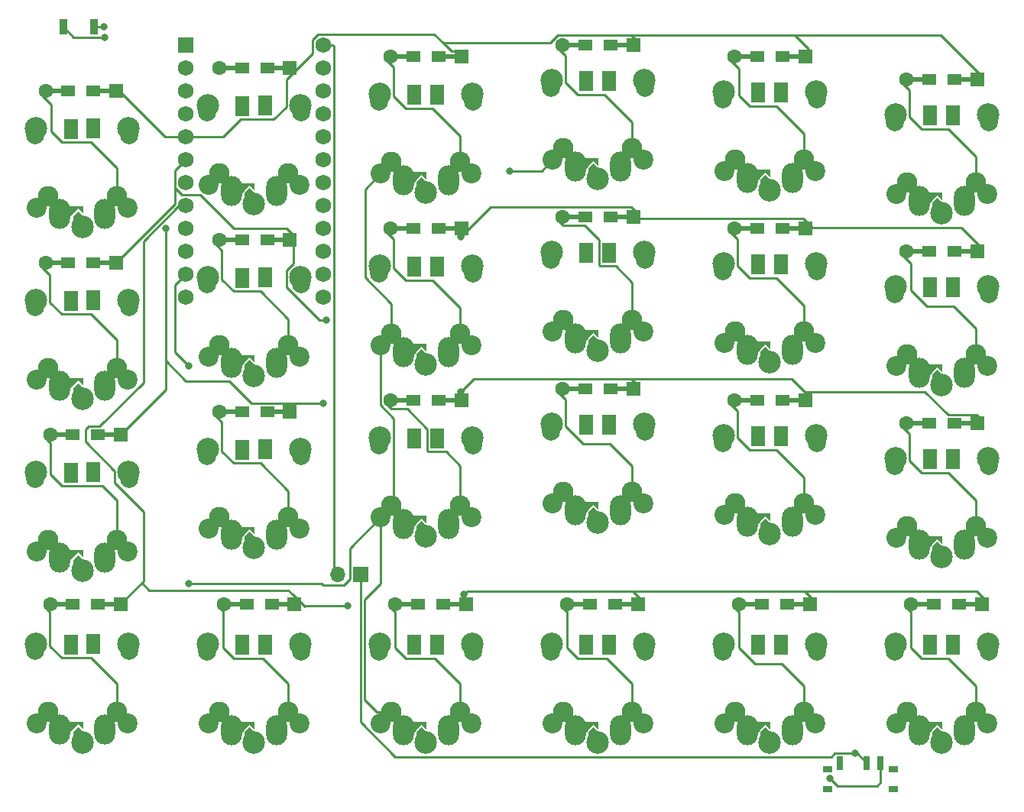
<source format=gbr>
G04 #@! TF.GenerationSoftware,KiCad,Pcbnew,5.1.9*
G04 #@! TF.CreationDate,2021-01-19T21:25:47-06:00*
G04 #@! TF.ProjectId,halfboard,68616c66-626f-4617-9264-2e6b69636164,rev?*
G04 #@! TF.SameCoordinates,Original*
G04 #@! TF.FileFunction,Copper,L1,Top*
G04 #@! TF.FilePolarity,Positive*
%FSLAX46Y46*%
G04 Gerber Fmt 4.6, Leading zero omitted, Abs format (unit mm)*
G04 Created by KiCad (PCBNEW 5.1.9) date 2021-01-19 21:25:47*
%MOMM*%
%LPD*%
G01*
G04 APERTURE LIST*
G04 #@! TA.AperFunction,EtchedComponent*
%ADD10C,0.100000*%
G04 #@! TD*
G04 #@! TA.AperFunction,SMDPad,CuDef*
%ADD11R,0.700000X1.500000*%
G04 #@! TD*
G04 #@! TA.AperFunction,SMDPad,CuDef*
%ADD12R,1.000000X0.800000*%
G04 #@! TD*
G04 #@! TA.AperFunction,ComponentPad*
%ADD13R,1.752600X1.752600*%
G04 #@! TD*
G04 #@! TA.AperFunction,ComponentPad*
%ADD14C,1.752600*%
G04 #@! TD*
G04 #@! TA.AperFunction,SMDPad,CuDef*
%ADD15R,0.900000X1.700000*%
G04 #@! TD*
G04 #@! TA.AperFunction,ComponentPad*
%ADD16O,1.700000X1.700000*%
G04 #@! TD*
G04 #@! TA.AperFunction,ComponentPad*
%ADD17R,1.700000X1.700000*%
G04 #@! TD*
G04 #@! TA.AperFunction,SMDPad,CuDef*
%ADD18R,1.600000X1.200000*%
G04 #@! TD*
G04 #@! TA.AperFunction,ComponentPad*
%ADD19C,1.600000*%
G04 #@! TD*
G04 #@! TA.AperFunction,ComponentPad*
%ADD20R,1.600000X1.600000*%
G04 #@! TD*
G04 #@! TA.AperFunction,SMDPad,CuDef*
%ADD21R,2.900000X0.500000*%
G04 #@! TD*
G04 #@! TA.AperFunction,ComponentPad*
%ADD22C,2.000000*%
G04 #@! TD*
G04 #@! TA.AperFunction,ComponentPad*
%ADD23R,1.500000X2.300000*%
G04 #@! TD*
G04 #@! TA.AperFunction,ComponentPad*
%ADD24O,2.300000X3.337000*%
G04 #@! TD*
G04 #@! TA.AperFunction,ComponentPad*
%ADD25C,2.286000*%
G04 #@! TD*
G04 #@! TA.AperFunction,ComponentPad*
%ADD26C,2.500000*%
G04 #@! TD*
G04 #@! TA.AperFunction,ComponentPad*
%ADD27C,2.200000*%
G04 #@! TD*
G04 #@! TA.AperFunction,ViaPad*
%ADD28C,0.800000*%
G04 #@! TD*
G04 #@! TA.AperFunction,Conductor*
%ADD29C,0.250000*%
G04 #@! TD*
G04 APERTURE END LIST*
D10*
G04 #@! TO.C, *
G36*
X49588400Y-69240400D02*
G01*
X49182000Y-68834000D01*
X49182000Y-68453000D01*
X48674000Y-67945000D01*
X48166000Y-68453000D01*
X48166000Y-69469000D01*
X48470800Y-69773800D01*
X49588400Y-69773800D01*
X49588400Y-69240400D01*
G37*
X49588400Y-69240400D02*
X49182000Y-68834000D01*
X49182000Y-68453000D01*
X48674000Y-67945000D01*
X48166000Y-68453000D01*
X48166000Y-69469000D01*
X48470800Y-69773800D01*
X49588400Y-69773800D01*
X49588400Y-69240400D01*
G36*
X46565800Y-69692520D02*
G01*
X48674000Y-67584320D01*
X49182000Y-68092320D01*
X49182000Y-67386200D01*
X46565800Y-67386200D01*
X46565800Y-69692520D01*
G37*
X46565800Y-69692520D02*
X48674000Y-67584320D01*
X49182000Y-68092320D01*
X49182000Y-67386200D01*
X46565800Y-67386200D01*
X46565800Y-69692520D01*
G36*
X144836703Y-67746130D02*
G01*
X144430303Y-67339730D01*
X144430303Y-66958730D01*
X143922303Y-66450730D01*
X143414303Y-66958730D01*
X143414303Y-67974730D01*
X143719103Y-68279530D01*
X144836703Y-68279530D01*
X144836703Y-67746130D01*
G37*
X144836703Y-67746130D02*
X144430303Y-67339730D01*
X144430303Y-66958730D01*
X143922303Y-66450730D01*
X143414303Y-66958730D01*
X143414303Y-67974730D01*
X143719103Y-68279530D01*
X144836703Y-68279530D01*
X144836703Y-67746130D01*
G36*
X141814103Y-68198250D02*
G01*
X143922303Y-66090050D01*
X144430303Y-66598050D01*
X144430303Y-65891930D01*
X141814103Y-65891930D01*
X141814103Y-68198250D01*
G37*
X141814103Y-68198250D02*
X143922303Y-66090050D01*
X144430303Y-66598050D01*
X144430303Y-65891930D01*
X141814103Y-65891930D01*
X141814103Y-68198250D01*
G36*
X144836703Y-86796130D02*
G01*
X144430303Y-86389730D01*
X144430303Y-86008730D01*
X143922303Y-85500730D01*
X143414303Y-86008730D01*
X143414303Y-87024730D01*
X143719103Y-87329530D01*
X144836703Y-87329530D01*
X144836703Y-86796130D01*
G37*
X144836703Y-86796130D02*
X144430303Y-86389730D01*
X144430303Y-86008730D01*
X143922303Y-85500730D01*
X143414303Y-86008730D01*
X143414303Y-87024730D01*
X143719103Y-87329530D01*
X144836703Y-87329530D01*
X144836703Y-86796130D01*
G36*
X141814103Y-87248250D02*
G01*
X143922303Y-85140050D01*
X144430303Y-85648050D01*
X144430303Y-84941930D01*
X141814103Y-84941930D01*
X141814103Y-87248250D01*
G37*
X141814103Y-87248250D02*
X143922303Y-85140050D01*
X144430303Y-85648050D01*
X144430303Y-84941930D01*
X141814103Y-84941930D01*
X141814103Y-87248250D01*
G36*
X144836703Y-105846130D02*
G01*
X144430303Y-105439730D01*
X144430303Y-105058730D01*
X143922303Y-104550730D01*
X143414303Y-105058730D01*
X143414303Y-106074730D01*
X143719103Y-106379530D01*
X144836703Y-106379530D01*
X144836703Y-105846130D01*
G37*
X144836703Y-105846130D02*
X144430303Y-105439730D01*
X144430303Y-105058730D01*
X143922303Y-104550730D01*
X143414303Y-105058730D01*
X143414303Y-106074730D01*
X143719103Y-106379530D01*
X144836703Y-106379530D01*
X144836703Y-105846130D01*
G36*
X141814103Y-106298250D02*
G01*
X143922303Y-104190050D01*
X144430303Y-104698050D01*
X144430303Y-103991930D01*
X141814103Y-103991930D01*
X141814103Y-106298250D01*
G37*
X141814103Y-106298250D02*
X143922303Y-104190050D01*
X144430303Y-104698050D01*
X144430303Y-103991930D01*
X141814103Y-103991930D01*
X141814103Y-106298250D01*
G36*
X144836703Y-126420130D02*
G01*
X144430303Y-126013730D01*
X144430303Y-125632730D01*
X143922303Y-125124730D01*
X143414303Y-125632730D01*
X143414303Y-126648730D01*
X143719103Y-126953530D01*
X144836703Y-126953530D01*
X144836703Y-126420130D01*
G37*
X144836703Y-126420130D02*
X144430303Y-126013730D01*
X144430303Y-125632730D01*
X143922303Y-125124730D01*
X143414303Y-125632730D01*
X143414303Y-126648730D01*
X143719103Y-126953530D01*
X144836703Y-126953530D01*
X144836703Y-126420130D01*
G36*
X141814103Y-126872250D02*
G01*
X143922303Y-124764050D01*
X144430303Y-125272050D01*
X144430303Y-124565930D01*
X141814103Y-124565930D01*
X141814103Y-126872250D01*
G37*
X141814103Y-126872250D02*
X143922303Y-124764050D01*
X144430303Y-125272050D01*
X144430303Y-124565930D01*
X141814103Y-124565930D01*
X141814103Y-126872250D01*
G36*
X125786703Y-126420130D02*
G01*
X125380303Y-126013730D01*
X125380303Y-125632730D01*
X124872303Y-125124730D01*
X124364303Y-125632730D01*
X124364303Y-126648730D01*
X124669103Y-126953530D01*
X125786703Y-126953530D01*
X125786703Y-126420130D01*
G37*
X125786703Y-126420130D02*
X125380303Y-126013730D01*
X125380303Y-125632730D01*
X124872303Y-125124730D01*
X124364303Y-125632730D01*
X124364303Y-126648730D01*
X124669103Y-126953530D01*
X125786703Y-126953530D01*
X125786703Y-126420130D01*
G36*
X122764103Y-126872250D02*
G01*
X124872303Y-124764050D01*
X125380303Y-125272050D01*
X125380303Y-124565930D01*
X122764103Y-124565930D01*
X122764103Y-126872250D01*
G37*
X122764103Y-126872250D02*
X124872303Y-124764050D01*
X125380303Y-125272050D01*
X125380303Y-124565930D01*
X122764103Y-124565930D01*
X122764103Y-126872250D01*
G36*
X106736703Y-126420130D02*
G01*
X106330303Y-126013730D01*
X106330303Y-125632730D01*
X105822303Y-125124730D01*
X105314303Y-125632730D01*
X105314303Y-126648730D01*
X105619103Y-126953530D01*
X106736703Y-126953530D01*
X106736703Y-126420130D01*
G37*
X106736703Y-126420130D02*
X106330303Y-126013730D01*
X106330303Y-125632730D01*
X105822303Y-125124730D01*
X105314303Y-125632730D01*
X105314303Y-126648730D01*
X105619103Y-126953530D01*
X106736703Y-126953530D01*
X106736703Y-126420130D01*
G36*
X103714103Y-126872250D02*
G01*
X105822303Y-124764050D01*
X106330303Y-125272050D01*
X106330303Y-124565930D01*
X103714103Y-124565930D01*
X103714103Y-126872250D01*
G37*
X103714103Y-126872250D02*
X105822303Y-124764050D01*
X106330303Y-125272050D01*
X106330303Y-124565930D01*
X103714103Y-124565930D01*
X103714103Y-126872250D01*
G36*
X87686703Y-126420130D02*
G01*
X87280303Y-126013730D01*
X87280303Y-125632730D01*
X86772303Y-125124730D01*
X86264303Y-125632730D01*
X86264303Y-126648730D01*
X86569103Y-126953530D01*
X87686703Y-126953530D01*
X87686703Y-126420130D01*
G37*
X87686703Y-126420130D02*
X87280303Y-126013730D01*
X87280303Y-125632730D01*
X86772303Y-125124730D01*
X86264303Y-125632730D01*
X86264303Y-126648730D01*
X86569103Y-126953530D01*
X87686703Y-126953530D01*
X87686703Y-126420130D01*
G36*
X84664103Y-126872250D02*
G01*
X86772303Y-124764050D01*
X87280303Y-125272050D01*
X87280303Y-124565930D01*
X84664103Y-124565930D01*
X84664103Y-126872250D01*
G37*
X84664103Y-126872250D02*
X86772303Y-124764050D01*
X87280303Y-125272050D01*
X87280303Y-124565930D01*
X84664103Y-124565930D01*
X84664103Y-126872250D01*
G36*
X125786703Y-103306130D02*
G01*
X125380303Y-102899730D01*
X125380303Y-102518730D01*
X124872303Y-102010730D01*
X124364303Y-102518730D01*
X124364303Y-103534730D01*
X124669103Y-103839530D01*
X125786703Y-103839530D01*
X125786703Y-103306130D01*
G37*
X125786703Y-103306130D02*
X125380303Y-102899730D01*
X125380303Y-102518730D01*
X124872303Y-102010730D01*
X124364303Y-102518730D01*
X124364303Y-103534730D01*
X124669103Y-103839530D01*
X125786703Y-103839530D01*
X125786703Y-103306130D01*
G36*
X122764103Y-103758250D02*
G01*
X124872303Y-101650050D01*
X125380303Y-102158050D01*
X125380303Y-101451930D01*
X122764103Y-101451930D01*
X122764103Y-103758250D01*
G37*
X122764103Y-103758250D02*
X124872303Y-101650050D01*
X125380303Y-102158050D01*
X125380303Y-101451930D01*
X122764103Y-101451930D01*
X122764103Y-103758250D01*
G36*
X125786703Y-84256130D02*
G01*
X125380303Y-83849730D01*
X125380303Y-83468730D01*
X124872303Y-82960730D01*
X124364303Y-83468730D01*
X124364303Y-84484730D01*
X124669103Y-84789530D01*
X125786703Y-84789530D01*
X125786703Y-84256130D01*
G37*
X125786703Y-84256130D02*
X125380303Y-83849730D01*
X125380303Y-83468730D01*
X124872303Y-82960730D01*
X124364303Y-83468730D01*
X124364303Y-84484730D01*
X124669103Y-84789530D01*
X125786703Y-84789530D01*
X125786703Y-84256130D01*
G36*
X122764103Y-84708250D02*
G01*
X124872303Y-82600050D01*
X125380303Y-83108050D01*
X125380303Y-82401930D01*
X122764103Y-82401930D01*
X122764103Y-84708250D01*
G37*
X122764103Y-84708250D02*
X124872303Y-82600050D01*
X125380303Y-83108050D01*
X125380303Y-82401930D01*
X122764103Y-82401930D01*
X122764103Y-84708250D01*
G36*
X125786703Y-65206130D02*
G01*
X125380303Y-64799730D01*
X125380303Y-64418730D01*
X124872303Y-63910730D01*
X124364303Y-64418730D01*
X124364303Y-65434730D01*
X124669103Y-65739530D01*
X125786703Y-65739530D01*
X125786703Y-65206130D01*
G37*
X125786703Y-65206130D02*
X125380303Y-64799730D01*
X125380303Y-64418730D01*
X124872303Y-63910730D01*
X124364303Y-64418730D01*
X124364303Y-65434730D01*
X124669103Y-65739530D01*
X125786703Y-65739530D01*
X125786703Y-65206130D01*
G36*
X122764103Y-65658250D02*
G01*
X124872303Y-63550050D01*
X125380303Y-64058050D01*
X125380303Y-63351930D01*
X122764103Y-63351930D01*
X122764103Y-65658250D01*
G37*
X122764103Y-65658250D02*
X124872303Y-63550050D01*
X125380303Y-64058050D01*
X125380303Y-63351930D01*
X122764103Y-63351930D01*
X122764103Y-65658250D01*
G36*
X106736703Y-63936130D02*
G01*
X106330303Y-63529730D01*
X106330303Y-63148730D01*
X105822303Y-62640730D01*
X105314303Y-63148730D01*
X105314303Y-64164730D01*
X105619103Y-64469530D01*
X106736703Y-64469530D01*
X106736703Y-63936130D01*
G37*
X106736703Y-63936130D02*
X106330303Y-63529730D01*
X106330303Y-63148730D01*
X105822303Y-62640730D01*
X105314303Y-63148730D01*
X105314303Y-64164730D01*
X105619103Y-64469530D01*
X106736703Y-64469530D01*
X106736703Y-63936130D01*
G36*
X103714103Y-64388250D02*
G01*
X105822303Y-62280050D01*
X106330303Y-62788050D01*
X106330303Y-62081930D01*
X103714103Y-62081930D01*
X103714103Y-64388250D01*
G37*
X103714103Y-64388250D02*
X105822303Y-62280050D01*
X106330303Y-62788050D01*
X106330303Y-62081930D01*
X103714103Y-62081930D01*
X103714103Y-64388250D01*
G36*
X106736703Y-82986130D02*
G01*
X106330303Y-82579730D01*
X106330303Y-82198730D01*
X105822303Y-81690730D01*
X105314303Y-82198730D01*
X105314303Y-83214730D01*
X105619103Y-83519530D01*
X106736703Y-83519530D01*
X106736703Y-82986130D01*
G37*
X106736703Y-82986130D02*
X106330303Y-82579730D01*
X106330303Y-82198730D01*
X105822303Y-81690730D01*
X105314303Y-82198730D01*
X105314303Y-83214730D01*
X105619103Y-83519530D01*
X106736703Y-83519530D01*
X106736703Y-82986130D01*
G36*
X103714103Y-83438250D02*
G01*
X105822303Y-81330050D01*
X106330303Y-81838050D01*
X106330303Y-81131930D01*
X103714103Y-81131930D01*
X103714103Y-83438250D01*
G37*
X103714103Y-83438250D02*
X105822303Y-81330050D01*
X106330303Y-81838050D01*
X106330303Y-81131930D01*
X103714103Y-81131930D01*
X103714103Y-83438250D01*
G36*
X106736703Y-102036130D02*
G01*
X106330303Y-101629730D01*
X106330303Y-101248730D01*
X105822303Y-100740730D01*
X105314303Y-101248730D01*
X105314303Y-102264730D01*
X105619103Y-102569530D01*
X106736703Y-102569530D01*
X106736703Y-102036130D01*
G37*
X106736703Y-102036130D02*
X106330303Y-101629730D01*
X106330303Y-101248730D01*
X105822303Y-100740730D01*
X105314303Y-101248730D01*
X105314303Y-102264730D01*
X105619103Y-102569530D01*
X106736703Y-102569530D01*
X106736703Y-102036130D01*
G36*
X103714103Y-102488250D02*
G01*
X105822303Y-100380050D01*
X106330303Y-100888050D01*
X106330303Y-100181930D01*
X103714103Y-100181930D01*
X103714103Y-102488250D01*
G37*
X103714103Y-102488250D02*
X105822303Y-100380050D01*
X106330303Y-100888050D01*
X106330303Y-100181930D01*
X103714103Y-100181930D01*
X103714103Y-102488250D01*
G36*
X87686703Y-103560130D02*
G01*
X87280303Y-103153730D01*
X87280303Y-102772730D01*
X86772303Y-102264730D01*
X86264303Y-102772730D01*
X86264303Y-103788730D01*
X86569103Y-104093530D01*
X87686703Y-104093530D01*
X87686703Y-103560130D01*
G37*
X87686703Y-103560130D02*
X87280303Y-103153730D01*
X87280303Y-102772730D01*
X86772303Y-102264730D01*
X86264303Y-102772730D01*
X86264303Y-103788730D01*
X86569103Y-104093530D01*
X87686703Y-104093530D01*
X87686703Y-103560130D01*
G36*
X84664103Y-104012250D02*
G01*
X86772303Y-101904050D01*
X87280303Y-102412050D01*
X87280303Y-101705930D01*
X84664103Y-101705930D01*
X84664103Y-104012250D01*
G37*
X84664103Y-104012250D02*
X86772303Y-101904050D01*
X87280303Y-102412050D01*
X87280303Y-101705930D01*
X84664103Y-101705930D01*
X84664103Y-104012250D01*
G36*
X87686703Y-84510130D02*
G01*
X87280303Y-84103730D01*
X87280303Y-83722730D01*
X86772303Y-83214730D01*
X86264303Y-83722730D01*
X86264303Y-84738730D01*
X86569103Y-85043530D01*
X87686703Y-85043530D01*
X87686703Y-84510130D01*
G37*
X87686703Y-84510130D02*
X87280303Y-84103730D01*
X87280303Y-83722730D01*
X86772303Y-83214730D01*
X86264303Y-83722730D01*
X86264303Y-84738730D01*
X86569103Y-85043530D01*
X87686703Y-85043530D01*
X87686703Y-84510130D01*
G36*
X84664103Y-84962250D02*
G01*
X86772303Y-82854050D01*
X87280303Y-83362050D01*
X87280303Y-82655930D01*
X84664103Y-82655930D01*
X84664103Y-84962250D01*
G37*
X84664103Y-84962250D02*
X86772303Y-82854050D01*
X87280303Y-83362050D01*
X87280303Y-82655930D01*
X84664103Y-82655930D01*
X84664103Y-84962250D01*
G36*
X87686703Y-65456130D02*
G01*
X87280303Y-65049730D01*
X87280303Y-64668730D01*
X86772303Y-64160730D01*
X86264303Y-64668730D01*
X86264303Y-65684730D01*
X86569103Y-65989530D01*
X87686703Y-65989530D01*
X87686703Y-65456130D01*
G37*
X87686703Y-65456130D02*
X87280303Y-65049730D01*
X87280303Y-64668730D01*
X86772303Y-64160730D01*
X86264303Y-64668730D01*
X86264303Y-65684730D01*
X86569103Y-65989530D01*
X87686703Y-65989530D01*
X87686703Y-65456130D01*
G36*
X84664103Y-65908250D02*
G01*
X86772303Y-63800050D01*
X87280303Y-64308050D01*
X87280303Y-63601930D01*
X84664103Y-63601930D01*
X84664103Y-65908250D01*
G37*
X84664103Y-65908250D02*
X86772303Y-63800050D01*
X87280303Y-64308050D01*
X87280303Y-63601930D01*
X84664103Y-63601930D01*
X84664103Y-65908250D01*
G36*
X68633631Y-66690130D02*
G01*
X68227231Y-66283730D01*
X68227231Y-65902730D01*
X67719231Y-65394730D01*
X67211231Y-65902730D01*
X67211231Y-66918730D01*
X67516031Y-67223530D01*
X68633631Y-67223530D01*
X68633631Y-66690130D01*
G37*
X68633631Y-66690130D02*
X68227231Y-66283730D01*
X68227231Y-65902730D01*
X67719231Y-65394730D01*
X67211231Y-65902730D01*
X67211231Y-66918730D01*
X67516031Y-67223530D01*
X68633631Y-67223530D01*
X68633631Y-66690130D01*
G36*
X65611031Y-67142250D02*
G01*
X67719231Y-65034050D01*
X68227231Y-65542050D01*
X68227231Y-64835930D01*
X65611031Y-64835930D01*
X65611031Y-67142250D01*
G37*
X65611031Y-67142250D02*
X67719231Y-65034050D01*
X68227231Y-65542050D01*
X68227231Y-64835930D01*
X65611031Y-64835930D01*
X65611031Y-67142250D01*
G36*
X68633631Y-85738229D02*
G01*
X68227231Y-85331829D01*
X68227231Y-84950829D01*
X67719231Y-84442829D01*
X67211231Y-84950829D01*
X67211231Y-85966829D01*
X67516031Y-86271629D01*
X68633631Y-86271629D01*
X68633631Y-85738229D01*
G37*
X68633631Y-85738229D02*
X68227231Y-85331829D01*
X68227231Y-84950829D01*
X67719231Y-84442829D01*
X67211231Y-84950829D01*
X67211231Y-85966829D01*
X67516031Y-86271629D01*
X68633631Y-86271629D01*
X68633631Y-85738229D01*
G36*
X65611031Y-86190349D02*
G01*
X67719231Y-84082149D01*
X68227231Y-84590149D01*
X68227231Y-83884029D01*
X65611031Y-83884029D01*
X65611031Y-86190349D01*
G37*
X65611031Y-86190349D02*
X67719231Y-84082149D01*
X68227231Y-84590149D01*
X68227231Y-83884029D01*
X65611031Y-83884029D01*
X65611031Y-86190349D01*
G36*
X68633631Y-104786630D02*
G01*
X68227231Y-104380230D01*
X68227231Y-103999230D01*
X67719231Y-103491230D01*
X67211231Y-103999230D01*
X67211231Y-105015230D01*
X67516031Y-105320030D01*
X68633631Y-105320030D01*
X68633631Y-104786630D01*
G37*
X68633631Y-104786630D02*
X68227231Y-104380230D01*
X68227231Y-103999230D01*
X67719231Y-103491230D01*
X67211231Y-103999230D01*
X67211231Y-105015230D01*
X67516031Y-105320030D01*
X68633631Y-105320030D01*
X68633631Y-104786630D01*
G36*
X65611031Y-105238750D02*
G01*
X67719231Y-103130550D01*
X68227231Y-103638550D01*
X68227231Y-102932430D01*
X65611031Y-102932430D01*
X65611031Y-105238750D01*
G37*
X65611031Y-105238750D02*
X67719231Y-103130550D01*
X68227231Y-103638550D01*
X68227231Y-102932430D01*
X65611031Y-102932430D01*
X65611031Y-105238750D01*
G36*
X68633631Y-126420130D02*
G01*
X68227231Y-126013730D01*
X68227231Y-125632730D01*
X67719231Y-125124730D01*
X67211231Y-125632730D01*
X67211231Y-126648730D01*
X67516031Y-126953530D01*
X68633631Y-126953530D01*
X68633631Y-126420130D01*
G37*
X68633631Y-126420130D02*
X68227231Y-126013730D01*
X68227231Y-125632730D01*
X67719231Y-125124730D01*
X67211231Y-125632730D01*
X67211231Y-126648730D01*
X67516031Y-126953530D01*
X68633631Y-126953530D01*
X68633631Y-126420130D01*
G36*
X65611031Y-126872250D02*
G01*
X67719231Y-124764050D01*
X68227231Y-125272050D01*
X68227231Y-124565930D01*
X65611031Y-124565930D01*
X65611031Y-126872250D01*
G37*
X65611031Y-126872250D02*
X67719231Y-124764050D01*
X68227231Y-125272050D01*
X68227231Y-124565930D01*
X65611031Y-124565930D01*
X65611031Y-126872250D01*
G36*
X49588400Y-126390400D02*
G01*
X49182000Y-125984000D01*
X49182000Y-125603000D01*
X48674000Y-125095000D01*
X48166000Y-125603000D01*
X48166000Y-126619000D01*
X48470800Y-126923800D01*
X49588400Y-126923800D01*
X49588400Y-126390400D01*
G37*
X49588400Y-126390400D02*
X49182000Y-125984000D01*
X49182000Y-125603000D01*
X48674000Y-125095000D01*
X48166000Y-125603000D01*
X48166000Y-126619000D01*
X48470800Y-126923800D01*
X49588400Y-126923800D01*
X49588400Y-126390400D01*
G36*
X46565800Y-126842520D02*
G01*
X48674000Y-124734320D01*
X49182000Y-125242320D01*
X49182000Y-124536200D01*
X46565800Y-124536200D01*
X46565800Y-126842520D01*
G37*
X46565800Y-126842520D02*
X48674000Y-124734320D01*
X49182000Y-125242320D01*
X49182000Y-124536200D01*
X46565800Y-124536200D01*
X46565800Y-126842520D01*
G36*
X49588400Y-107340400D02*
G01*
X49182000Y-106934000D01*
X49182000Y-106553000D01*
X48674000Y-106045000D01*
X48166000Y-106553000D01*
X48166000Y-107569000D01*
X48470800Y-107873800D01*
X49588400Y-107873800D01*
X49588400Y-107340400D01*
G37*
X49588400Y-107340400D02*
X49182000Y-106934000D01*
X49182000Y-106553000D01*
X48674000Y-106045000D01*
X48166000Y-106553000D01*
X48166000Y-107569000D01*
X48470800Y-107873800D01*
X49588400Y-107873800D01*
X49588400Y-107340400D01*
G36*
X46565800Y-107792520D02*
G01*
X48674000Y-105684320D01*
X49182000Y-106192320D01*
X49182000Y-105486200D01*
X46565800Y-105486200D01*
X46565800Y-107792520D01*
G37*
X46565800Y-107792520D02*
X48674000Y-105684320D01*
X49182000Y-106192320D01*
X49182000Y-105486200D01*
X46565800Y-105486200D01*
X46565800Y-107792520D01*
G36*
X49588400Y-88290400D02*
G01*
X49182000Y-87884000D01*
X49182000Y-87503000D01*
X48674000Y-86995000D01*
X48166000Y-87503000D01*
X48166000Y-88519000D01*
X48470800Y-88823800D01*
X49588400Y-88823800D01*
X49588400Y-88290400D01*
G37*
X49588400Y-88290400D02*
X49182000Y-87884000D01*
X49182000Y-87503000D01*
X48674000Y-86995000D01*
X48166000Y-87503000D01*
X48166000Y-88519000D01*
X48470800Y-88823800D01*
X49588400Y-88823800D01*
X49588400Y-88290400D01*
G36*
X46565800Y-88742520D02*
G01*
X48674000Y-86634320D01*
X49182000Y-87142320D01*
X49182000Y-86436200D01*
X46565800Y-86436200D01*
X46565800Y-88742520D01*
G37*
X46565800Y-88742520D02*
X48674000Y-86634320D01*
X49182000Y-87142320D01*
X49182000Y-86436200D01*
X46565800Y-86436200D01*
X46565800Y-88742520D01*
G04 #@! TD*
D11*
G04 #@! TO.P, ,1*
G04 #@! TO.N,N/C*
X133132000Y-129126000D03*
G04 #@! TO.P, ,2*
G04 #@! TO.N,BAT_SW*
X136132000Y-129126000D03*
G04 #@! TO.P, ,3*
G04 #@! TO.N,BAT_GND*
X137632000Y-129126000D03*
D12*
G04 #@! TO.P, ,*
G04 #@! TO.N,*
X131732000Y-131986000D03*
X139032000Y-131986000D03*
X139032000Y-129776000D03*
X131732000Y-129776000D03*
G04 #@! TD*
D13*
G04 #@! TO.P,U1,1*
G04 #@! TO.N,N/C*
X60667231Y-49530000D03*
D14*
G04 #@! TO.P,U1,2*
X60667231Y-52070000D03*
G04 #@! TO.P,U1,3*
G04 #@! TO.N,RESET_GND*
X60667231Y-54610000D03*
G04 #@! TO.P,U1,4*
G04 #@! TO.N,N/C*
X60667231Y-57150000D03*
G04 #@! TO.P,U1,5*
G04 #@! TO.N,row0*
X60667231Y-59690000D03*
G04 #@! TO.P,U1,6*
G04 #@! TO.N,row1*
X60667231Y-62230000D03*
G04 #@! TO.P,U1,7*
G04 #@! TO.N,row2*
X60667231Y-64770000D03*
G04 #@! TO.P,U1,8*
G04 #@! TO.N,row3*
X60667231Y-67310000D03*
G04 #@! TO.P,U1,9*
G04 #@! TO.N,col0*
X60667231Y-69850000D03*
G04 #@! TO.P,U1,10*
G04 #@! TO.N,N/C*
X60667231Y-72390000D03*
G04 #@! TO.P,U1,11*
G04 #@! TO.N,col2*
X60667231Y-74930000D03*
G04 #@! TO.P,U1,13*
G04 #@! TO.N,col4*
X75907231Y-77470000D03*
G04 #@! TO.P,U1,14*
G04 #@! TO.N,N/C*
X75907231Y-74930000D03*
G04 #@! TO.P,U1,15*
G04 #@! TO.N,col3*
X75907231Y-72390000D03*
G04 #@! TO.P,U1,16*
G04 #@! TO.N,col5*
X75907231Y-69850000D03*
G04 #@! TO.P,U1,17*
G04 #@! TO.N,N/C*
X75907231Y-67310000D03*
G04 #@! TO.P,U1,18*
X75907231Y-64770000D03*
G04 #@! TO.P,U1,19*
X75907231Y-62230000D03*
G04 #@! TO.P,U1,20*
X75907231Y-59690000D03*
G04 #@! TO.P,U1,21*
X75907231Y-57150000D03*
G04 #@! TO.P,U1,22*
G04 #@! TO.N,RESET*
X75907231Y-54610000D03*
G04 #@! TO.P,U1,23*
G04 #@! TO.N,BAT_GND*
X75907231Y-52070000D03*
G04 #@! TO.P,U1,12*
G04 #@! TO.N,col1*
X60667231Y-77470000D03*
G04 #@! TO.P,U1,24*
G04 #@! TO.N,BAT0*
X75907231Y-49530000D03*
G04 #@! TD*
D15*
G04 #@! TO.P, ,1*
G04 #@! TO.N,RESET_GND*
X47068000Y-47498000D03*
G04 #@! TO.P, ,2*
G04 #@! TO.N,RESET*
X50468000Y-47498000D03*
G04 #@! TD*
D16*
G04 #@! TO.P, ,2*
G04 #@! TO.N,BAT0*
X77470000Y-108204000D03*
D17*
G04 #@! TO.P, ,1*
G04 #@! TO.N,BAT_SW*
X80010000Y-108204000D03*
G04 #@! TD*
D18*
G04 #@! TO.P, ,1*
G04 #@! TO.N,N/C*
X145830303Y-53340000D03*
G04 #@! TO.P, ,2*
X143030303Y-53340000D03*
D19*
X140530303Y-53340000D03*
D20*
G04 #@! TO.P, ,1*
X148330303Y-53340000D03*
D21*
G04 #@! TO.P, ,2*
X141930303Y-53340000D03*
G04 #@! TO.P, ,1*
X146930303Y-53340000D03*
G04 #@! TD*
D18*
G04 #@! TO.P, ,1*
G04 #@! TO.N,N/C*
X145830303Y-72390000D03*
G04 #@! TO.P, ,2*
X143030303Y-72390000D03*
D19*
X140530303Y-72390000D03*
D20*
G04 #@! TO.P, ,1*
X148330303Y-72390000D03*
D21*
G04 #@! TO.P, ,2*
X141930303Y-72390000D03*
G04 #@! TO.P, ,1*
X146930303Y-72390000D03*
G04 #@! TD*
D18*
G04 #@! TO.P, ,1*
G04 #@! TO.N,N/C*
X145830303Y-91440000D03*
G04 #@! TO.P, ,2*
X143030303Y-91440000D03*
D19*
X140530303Y-91440000D03*
D20*
G04 #@! TO.P, ,1*
X148330303Y-91440000D03*
D21*
G04 #@! TO.P, ,2*
X141930303Y-91440000D03*
G04 #@! TO.P, ,1*
X146930303Y-91440000D03*
G04 #@! TD*
D18*
G04 #@! TO.P, ,1*
G04 #@! TO.N,N/C*
X146338303Y-111490000D03*
G04 #@! TO.P, ,2*
X143538303Y-111490000D03*
D19*
X141038303Y-111490000D03*
D20*
G04 #@! TO.P, ,1*
X148838303Y-111490000D03*
D21*
G04 #@! TO.P, ,2*
X142438303Y-111490000D03*
G04 #@! TO.P, ,1*
X147438303Y-111490000D03*
G04 #@! TD*
D18*
G04 #@! TO.P, ,1*
G04 #@! TO.N,N/C*
X127288303Y-111490000D03*
G04 #@! TO.P, ,2*
X124488303Y-111490000D03*
D19*
X121988303Y-111490000D03*
D20*
G04 #@! TO.P, ,1*
X129788303Y-111490000D03*
D21*
G04 #@! TO.P, ,2*
X123388303Y-111490000D03*
G04 #@! TO.P, ,1*
X128388303Y-111490000D03*
G04 #@! TD*
D18*
G04 #@! TO.P, ,1*
G04 #@! TO.N,N/C*
X108238303Y-111490000D03*
G04 #@! TO.P, ,2*
X105438303Y-111490000D03*
D19*
X102938303Y-111490000D03*
D20*
G04 #@! TO.P, ,1*
X110738303Y-111490000D03*
D21*
G04 #@! TO.P, ,2*
X104338303Y-111490000D03*
G04 #@! TO.P, ,1*
X109338303Y-111490000D03*
G04 #@! TD*
D18*
G04 #@! TO.P, ,1*
G04 #@! TO.N,N/C*
X89188303Y-111490000D03*
G04 #@! TO.P, ,2*
X86388303Y-111490000D03*
D19*
X83888303Y-111490000D03*
D20*
G04 #@! TO.P, ,1*
X91688303Y-111490000D03*
D21*
G04 #@! TO.P, ,2*
X85288303Y-111490000D03*
G04 #@! TO.P, ,1*
X90288303Y-111490000D03*
G04 #@! TD*
D18*
G04 #@! TO.P, ,1*
G04 #@! TO.N,N/C*
X126780303Y-88900000D03*
G04 #@! TO.P, ,2*
X123980303Y-88900000D03*
D19*
X121480303Y-88900000D03*
D20*
G04 #@! TO.P, ,1*
X129280303Y-88900000D03*
D21*
G04 #@! TO.P, ,2*
X122880303Y-88900000D03*
G04 #@! TO.P, ,1*
X127880303Y-88900000D03*
G04 #@! TD*
D18*
G04 #@! TO.P, ,1*
G04 #@! TO.N,N/C*
X126780303Y-69850000D03*
G04 #@! TO.P, ,2*
X123980303Y-69850000D03*
D19*
X121480303Y-69850000D03*
D20*
G04 #@! TO.P, ,1*
X129280303Y-69850000D03*
D21*
G04 #@! TO.P, ,2*
X122880303Y-69850000D03*
G04 #@! TO.P, ,1*
X127880303Y-69850000D03*
G04 #@! TD*
D18*
G04 #@! TO.P, ,1*
G04 #@! TO.N,N/C*
X126780303Y-50800000D03*
G04 #@! TO.P, ,2*
X123980303Y-50800000D03*
D19*
X121480303Y-50800000D03*
D20*
G04 #@! TO.P, ,1*
X129280303Y-50800000D03*
D21*
G04 #@! TO.P, ,2*
X122880303Y-50800000D03*
G04 #@! TO.P, ,1*
X127880303Y-50800000D03*
G04 #@! TD*
D18*
G04 #@! TO.P, ,1*
G04 #@! TO.N,N/C*
X107730303Y-49530000D03*
G04 #@! TO.P, ,2*
X104930303Y-49530000D03*
D19*
X102430303Y-49530000D03*
D20*
G04 #@! TO.P, ,1*
X110230303Y-49530000D03*
D21*
G04 #@! TO.P, ,2*
X103830303Y-49530000D03*
G04 #@! TO.P, ,1*
X108830303Y-49530000D03*
G04 #@! TD*
D18*
G04 #@! TO.P, ,1*
G04 #@! TO.N,N/C*
X107730303Y-68580000D03*
G04 #@! TO.P, ,2*
X104930303Y-68580000D03*
D19*
X102430303Y-68580000D03*
D20*
G04 #@! TO.P, ,1*
X110230303Y-68580000D03*
D21*
G04 #@! TO.P, ,2*
X103830303Y-68580000D03*
G04 #@! TO.P, ,1*
X108830303Y-68580000D03*
G04 #@! TD*
D18*
G04 #@! TO.P, ,1*
G04 #@! TO.N,N/C*
X107730303Y-87630000D03*
G04 #@! TO.P, ,2*
X104930303Y-87630000D03*
D19*
X102430303Y-87630000D03*
D20*
G04 #@! TO.P, ,1*
X110230303Y-87630000D03*
D21*
G04 #@! TO.P, ,2*
X103830303Y-87630000D03*
G04 #@! TO.P, ,1*
X108830303Y-87630000D03*
G04 #@! TD*
D18*
G04 #@! TO.P, ,1*
G04 #@! TO.N,N/C*
X88680303Y-88900000D03*
G04 #@! TO.P, ,2*
X85880303Y-88900000D03*
D19*
X83380303Y-88900000D03*
D20*
G04 #@! TO.P, ,1*
X91180303Y-88900000D03*
D21*
G04 #@! TO.P, ,2*
X84780303Y-88900000D03*
G04 #@! TO.P, ,1*
X89780303Y-88900000D03*
G04 #@! TD*
D18*
G04 #@! TO.P, ,1*
G04 #@! TO.N,N/C*
X88680303Y-69850000D03*
G04 #@! TO.P, ,2*
X85880303Y-69850000D03*
D19*
X83380303Y-69850000D03*
D20*
G04 #@! TO.P, ,1*
X91180303Y-69850000D03*
D21*
G04 #@! TO.P, ,2*
X84780303Y-69850000D03*
G04 #@! TO.P, ,1*
X89780303Y-69850000D03*
G04 #@! TD*
D18*
G04 #@! TO.P, ,1*
G04 #@! TO.N,N/C*
X69687231Y-90170000D03*
G04 #@! TO.P, ,2*
X66887231Y-90170000D03*
D19*
X64387231Y-90170000D03*
D20*
G04 #@! TO.P, ,1*
X72187231Y-90170000D03*
D21*
G04 #@! TO.P, ,2*
X65787231Y-90170000D03*
G04 #@! TO.P, ,1*
X70787231Y-90170000D03*
G04 #@! TD*
D18*
G04 #@! TO.P, ,1*
G04 #@! TO.N,N/C*
X70195231Y-111490000D03*
G04 #@! TO.P, ,2*
X67395231Y-111490000D03*
D19*
X64895231Y-111490000D03*
D20*
G04 #@! TO.P, ,1*
X72695231Y-111490000D03*
D21*
G04 #@! TO.P, ,2*
X66295231Y-111490000D03*
G04 #@! TO.P, ,1*
X71295231Y-111490000D03*
G04 #@! TD*
D18*
G04 #@! TO.P, ,1*
G04 #@! TO.N,N/C*
X50930000Y-111490000D03*
G04 #@! TO.P, ,2*
X48130000Y-111490000D03*
D19*
X45630000Y-111490000D03*
D20*
G04 #@! TO.P, ,1*
X53430000Y-111490000D03*
D21*
G04 #@! TO.P, ,2*
X47030000Y-111490000D03*
G04 #@! TO.P, ,1*
X52030000Y-111490000D03*
G04 #@! TD*
D18*
G04 #@! TO.P, ,1*
G04 #@! TO.N,N/C*
X50930000Y-92710000D03*
G04 #@! TO.P, ,2*
X48130000Y-92710000D03*
D19*
X45630000Y-92710000D03*
D20*
G04 #@! TO.P, ,1*
X53430000Y-92710000D03*
D21*
G04 #@! TO.P, ,2*
X47030000Y-92710000D03*
G04 #@! TO.P, ,1*
X52030000Y-92710000D03*
G04 #@! TD*
D18*
G04 #@! TO.P, ,1*
G04 #@! TO.N,N/C*
X88680303Y-50800000D03*
G04 #@! TO.P, ,2*
X85880303Y-50800000D03*
D19*
X83380303Y-50800000D03*
D20*
G04 #@! TO.P, ,1*
X91180303Y-50800000D03*
D21*
G04 #@! TO.P, ,2*
X84780303Y-50800000D03*
G04 #@! TO.P, ,1*
X89780303Y-50800000D03*
G04 #@! TD*
D18*
G04 #@! TO.P, ,1*
G04 #@! TO.N,N/C*
X69687231Y-52070000D03*
G04 #@! TO.P, ,2*
X66887231Y-52070000D03*
D19*
X64387231Y-52070000D03*
D20*
G04 #@! TO.P, ,1*
X72187231Y-52070000D03*
D21*
G04 #@! TO.P, ,2*
X65787231Y-52070000D03*
G04 #@! TO.P, ,1*
X70787231Y-52070000D03*
G04 #@! TD*
D18*
G04 #@! TO.P, ,1*
G04 #@! TO.N,N/C*
X69687231Y-71120000D03*
G04 #@! TO.P, ,2*
X66887231Y-71120000D03*
D19*
X64387231Y-71120000D03*
D20*
G04 #@! TO.P, ,1*
X72187231Y-71120000D03*
D21*
G04 #@! TO.P, ,2*
X65787231Y-71120000D03*
G04 #@! TO.P, ,1*
X70787231Y-71120000D03*
G04 #@! TD*
D18*
G04 #@! TO.P, ,1*
G04 #@! TO.N,N/C*
X50422000Y-73660000D03*
G04 #@! TO.P, ,2*
X47622000Y-73660000D03*
D19*
X45122000Y-73660000D03*
D20*
G04 #@! TO.P, ,1*
X52922000Y-73660000D03*
D21*
G04 #@! TO.P, ,2*
X46522000Y-73660000D03*
G04 #@! TO.P, ,1*
X51522000Y-73660000D03*
G04 #@! TD*
D18*
G04 #@! TO.P, ,1*
G04 #@! TO.N,N/C*
X50422000Y-54610000D03*
G04 #@! TO.P, ,2*
X47622000Y-54610000D03*
D19*
X45122000Y-54610000D03*
D20*
G04 #@! TO.P, ,1*
X52922000Y-54610000D03*
D21*
G04 #@! TO.P, ,2*
X46522000Y-54610000D03*
G04 #@! TO.P, ,1*
X51522000Y-54610000D03*
G04 #@! TD*
D22*
G04 #@! TO.P, ,*
G04 #@! TO.N,*
X43962000Y-59554000D03*
X54402000Y-59554000D03*
D23*
G04 #@! TO.P, ,4*
G04 #@! TO.N,N/C*
X47912000Y-58824000D03*
G04 #@! TO.P, ,3*
X50412000Y-58774000D03*
D24*
G04 #@! TO.P, ,1*
G04 #@! TO.N,col0*
X46662000Y-68254000D03*
G04 #@! TO.P, ,2*
G04 #@! TO.N,col0_row0*
X51702000Y-68254000D03*
D25*
G04 #@! TO.P, ,1*
G04 #@! TO.N,col0*
X45372000Y-66294000D03*
G04 #@! TO.P, ,2*
G04 #@! TO.N,col0_row0*
X52992000Y-66294000D03*
D26*
G04 #@! TO.P, ,*
G04 #@! TO.N,*
X44032000Y-58754000D03*
D27*
G04 #@! TO.P, ,2*
G04 #@! TO.N,col0_row0*
X54182000Y-67554000D03*
D26*
G04 #@! TO.P, ,*
G04 #@! TO.N,*
X54332000Y-58754000D03*
G04 #@! TO.P, ,5*
G04 #@! TO.N,N/C*
X49182000Y-69654000D03*
D27*
G04 #@! TO.P, ,1*
G04 #@! TO.N,col0*
X44182000Y-67554000D03*
G04 #@! TD*
D22*
G04 #@! TO.P, ,*
G04 #@! TO.N,*
X139210303Y-58059730D03*
X149650303Y-58059730D03*
D23*
G04 #@! TO.P, ,4*
G04 #@! TO.N,N/C*
X143160303Y-57329730D03*
G04 #@! TO.P, ,3*
X145660303Y-57279730D03*
D24*
G04 #@! TO.P, ,1*
G04 #@! TO.N,col5*
X141910303Y-66759730D03*
G04 #@! TO.P, ,2*
G04 #@! TO.N,col5_row0*
X146950303Y-66759730D03*
D25*
G04 #@! TO.P, ,1*
G04 #@! TO.N,col5*
X140620303Y-64799730D03*
G04 #@! TO.P, ,2*
G04 #@! TO.N,col5_row0*
X148240303Y-64799730D03*
D26*
G04 #@! TO.P, ,*
G04 #@! TO.N,*
X139280303Y-57259730D03*
D27*
G04 #@! TO.P, ,2*
G04 #@! TO.N,col5_row0*
X149430303Y-66059730D03*
D26*
G04 #@! TO.P, ,*
G04 #@! TO.N,*
X149580303Y-57259730D03*
G04 #@! TO.P, ,5*
G04 #@! TO.N,N/C*
X144430303Y-68159730D03*
D27*
G04 #@! TO.P, ,1*
G04 #@! TO.N,col5*
X139430303Y-66059730D03*
G04 #@! TD*
D22*
G04 #@! TO.P, ,*
G04 #@! TO.N,*
X139210303Y-77109730D03*
X149650303Y-77109730D03*
D23*
G04 #@! TO.P, ,4*
G04 #@! TO.N,N/C*
X143160303Y-76379730D03*
G04 #@! TO.P, ,3*
X145660303Y-76329730D03*
D24*
G04 #@! TO.P, ,1*
G04 #@! TO.N,col5*
X141910303Y-85809730D03*
G04 #@! TO.P, ,2*
G04 #@! TO.N,col5_row1*
X146950303Y-85809730D03*
D25*
G04 #@! TO.P, ,1*
G04 #@! TO.N,col5*
X140620303Y-83849730D03*
G04 #@! TO.P, ,2*
G04 #@! TO.N,col5_row1*
X148240303Y-83849730D03*
D26*
G04 #@! TO.P, ,*
G04 #@! TO.N,*
X139280303Y-76309730D03*
D27*
G04 #@! TO.P, ,2*
G04 #@! TO.N,col5_row1*
X149430303Y-85109730D03*
D26*
G04 #@! TO.P, ,*
G04 #@! TO.N,*
X149580303Y-76309730D03*
G04 #@! TO.P, ,5*
G04 #@! TO.N,N/C*
X144430303Y-87209730D03*
D27*
G04 #@! TO.P, ,1*
G04 #@! TO.N,col5*
X139430303Y-85109730D03*
G04 #@! TD*
D22*
G04 #@! TO.P, ,*
G04 #@! TO.N,*
X139210303Y-96159730D03*
X149650303Y-96159730D03*
D23*
G04 #@! TO.P, ,4*
G04 #@! TO.N,N/C*
X143160303Y-95429730D03*
G04 #@! TO.P, ,3*
X145660303Y-95379730D03*
D24*
G04 #@! TO.P, ,1*
G04 #@! TO.N,col5*
X141910303Y-104859730D03*
G04 #@! TO.P, ,2*
G04 #@! TO.N,col5_row2*
X146950303Y-104859730D03*
D25*
G04 #@! TO.P, ,1*
G04 #@! TO.N,col5*
X140620303Y-102899730D03*
G04 #@! TO.P, ,2*
G04 #@! TO.N,col5_row2*
X148240303Y-102899730D03*
D26*
G04 #@! TO.P, ,*
G04 #@! TO.N,*
X139280303Y-95359730D03*
D27*
G04 #@! TO.P, ,2*
G04 #@! TO.N,col5_row2*
X149430303Y-104159730D03*
D26*
G04 #@! TO.P, ,*
G04 #@! TO.N,*
X149580303Y-95359730D03*
G04 #@! TO.P, ,5*
G04 #@! TO.N,N/C*
X144430303Y-106259730D03*
D27*
G04 #@! TO.P, ,1*
G04 #@! TO.N,col5*
X139430303Y-104159730D03*
G04 #@! TD*
D22*
G04 #@! TO.P, ,*
G04 #@! TO.N,*
X139210303Y-116733730D03*
X149650303Y-116733730D03*
D23*
G04 #@! TO.P, ,4*
G04 #@! TO.N,N/C*
X143160303Y-116003730D03*
G04 #@! TO.P, ,3*
X145660303Y-115953730D03*
D24*
G04 #@! TO.P, ,1*
G04 #@! TO.N,col5*
X141910303Y-125433730D03*
G04 #@! TO.P, ,2*
G04 #@! TO.N,col5_row3*
X146950303Y-125433730D03*
D25*
G04 #@! TO.P, ,1*
G04 #@! TO.N,col5*
X140620303Y-123473730D03*
G04 #@! TO.P, ,2*
G04 #@! TO.N,col5_row3*
X148240303Y-123473730D03*
D26*
G04 #@! TO.P, ,*
G04 #@! TO.N,*
X139280303Y-115933730D03*
D27*
G04 #@! TO.P, ,2*
G04 #@! TO.N,col5_row3*
X149430303Y-124733730D03*
D26*
G04 #@! TO.P, ,*
G04 #@! TO.N,*
X149580303Y-115933730D03*
G04 #@! TO.P, ,5*
G04 #@! TO.N,N/C*
X144430303Y-126833730D03*
D27*
G04 #@! TO.P, ,1*
G04 #@! TO.N,col5*
X139430303Y-124733730D03*
G04 #@! TD*
D22*
G04 #@! TO.P, ,*
G04 #@! TO.N,*
X120160303Y-116733730D03*
X130600303Y-116733730D03*
D23*
G04 #@! TO.P, ,4*
G04 #@! TO.N,N/C*
X124110303Y-116003730D03*
G04 #@! TO.P, ,3*
X126610303Y-115953730D03*
D24*
G04 #@! TO.P, ,1*
G04 #@! TO.N,col4*
X122860303Y-125433730D03*
G04 #@! TO.P, ,2*
G04 #@! TO.N,col4_row3*
X127900303Y-125433730D03*
D25*
G04 #@! TO.P, ,1*
G04 #@! TO.N,col4*
X121570303Y-123473730D03*
G04 #@! TO.P, ,2*
G04 #@! TO.N,col4_row3*
X129190303Y-123473730D03*
D26*
G04 #@! TO.P, ,*
G04 #@! TO.N,*
X120230303Y-115933730D03*
D27*
G04 #@! TO.P, ,2*
G04 #@! TO.N,col4_row3*
X130380303Y-124733730D03*
D26*
G04 #@! TO.P, ,*
G04 #@! TO.N,*
X130530303Y-115933730D03*
G04 #@! TO.P, ,5*
G04 #@! TO.N,N/C*
X125380303Y-126833730D03*
D27*
G04 #@! TO.P, ,1*
G04 #@! TO.N,col4*
X120380303Y-124733730D03*
G04 #@! TD*
D22*
G04 #@! TO.P, ,*
G04 #@! TO.N,*
X101110303Y-116733730D03*
X111550303Y-116733730D03*
D23*
G04 #@! TO.P, ,4*
G04 #@! TO.N,N/C*
X105060303Y-116003730D03*
G04 #@! TO.P, ,3*
X107560303Y-115953730D03*
D24*
G04 #@! TO.P, ,1*
G04 #@! TO.N,col3*
X103810303Y-125433730D03*
G04 #@! TO.P, ,2*
G04 #@! TO.N,col3_row3*
X108850303Y-125433730D03*
D25*
G04 #@! TO.P, ,1*
G04 #@! TO.N,col3*
X102520303Y-123473730D03*
G04 #@! TO.P, ,2*
G04 #@! TO.N,col3_row3*
X110140303Y-123473730D03*
D26*
G04 #@! TO.P, ,*
G04 #@! TO.N,*
X101180303Y-115933730D03*
D27*
G04 #@! TO.P, ,2*
G04 #@! TO.N,col3_row3*
X111330303Y-124733730D03*
D26*
G04 #@! TO.P, ,*
G04 #@! TO.N,*
X111480303Y-115933730D03*
G04 #@! TO.P, ,5*
G04 #@! TO.N,N/C*
X106330303Y-126833730D03*
D27*
G04 #@! TO.P, ,1*
G04 #@! TO.N,col3*
X101330303Y-124733730D03*
G04 #@! TD*
D22*
G04 #@! TO.P, ,*
G04 #@! TO.N,*
X82060303Y-116733730D03*
X92500303Y-116733730D03*
D23*
G04 #@! TO.P, ,4*
G04 #@! TO.N,N/C*
X86010303Y-116003730D03*
G04 #@! TO.P, ,3*
X88510303Y-115953730D03*
D24*
G04 #@! TO.P, ,1*
G04 #@! TO.N,col2*
X84760303Y-125433730D03*
G04 #@! TO.P, ,2*
G04 #@! TO.N,col2_row3*
X89800303Y-125433730D03*
D25*
G04 #@! TO.P, ,1*
G04 #@! TO.N,col2*
X83470303Y-123473730D03*
G04 #@! TO.P, ,2*
G04 #@! TO.N,col2_row3*
X91090303Y-123473730D03*
D26*
G04 #@! TO.P, ,*
G04 #@! TO.N,*
X82130303Y-115933730D03*
D27*
G04 #@! TO.P, ,2*
G04 #@! TO.N,col2_row3*
X92280303Y-124733730D03*
D26*
G04 #@! TO.P, ,*
G04 #@! TO.N,*
X92430303Y-115933730D03*
G04 #@! TO.P, ,5*
G04 #@! TO.N,N/C*
X87280303Y-126833730D03*
D27*
G04 #@! TO.P, ,1*
G04 #@! TO.N,col2*
X82280303Y-124733730D03*
G04 #@! TD*
D22*
G04 #@! TO.P, ,*
G04 #@! TO.N,*
X120160303Y-93619730D03*
X130600303Y-93619730D03*
D23*
G04 #@! TO.P, ,4*
G04 #@! TO.N,N/C*
X124110303Y-92889730D03*
G04 #@! TO.P, ,3*
X126610303Y-92839730D03*
D24*
G04 #@! TO.P, ,1*
G04 #@! TO.N,col4*
X122860303Y-102319730D03*
G04 #@! TO.P, ,2*
G04 #@! TO.N,col4_row2*
X127900303Y-102319730D03*
D25*
G04 #@! TO.P, ,1*
G04 #@! TO.N,col4*
X121570303Y-100359730D03*
G04 #@! TO.P, ,2*
G04 #@! TO.N,col4_row2*
X129190303Y-100359730D03*
D26*
G04 #@! TO.P, ,*
G04 #@! TO.N,*
X120230303Y-92819730D03*
D27*
G04 #@! TO.P, ,2*
G04 #@! TO.N,col4_row2*
X130380303Y-101619730D03*
D26*
G04 #@! TO.P, ,*
G04 #@! TO.N,*
X130530303Y-92819730D03*
G04 #@! TO.P, ,5*
G04 #@! TO.N,N/C*
X125380303Y-103719730D03*
D27*
G04 #@! TO.P, ,1*
G04 #@! TO.N,col4*
X120380303Y-101619730D03*
G04 #@! TD*
D22*
G04 #@! TO.P, ,*
G04 #@! TO.N,*
X120160303Y-74569730D03*
X130600303Y-74569730D03*
D23*
G04 #@! TO.P, ,4*
G04 #@! TO.N,N/C*
X124110303Y-73839730D03*
G04 #@! TO.P, ,3*
X126610303Y-73789730D03*
D24*
G04 #@! TO.P, ,1*
G04 #@! TO.N,col4*
X122860303Y-83269730D03*
G04 #@! TO.P, ,2*
G04 #@! TO.N,col4_row1*
X127900303Y-83269730D03*
D25*
G04 #@! TO.P, ,1*
G04 #@! TO.N,col4*
X121570303Y-81309730D03*
G04 #@! TO.P, ,2*
G04 #@! TO.N,col4_row1*
X129190303Y-81309730D03*
D26*
G04 #@! TO.P, ,*
G04 #@! TO.N,*
X120230303Y-73769730D03*
D27*
G04 #@! TO.P, ,2*
G04 #@! TO.N,col4_row1*
X130380303Y-82569730D03*
D26*
G04 #@! TO.P, ,*
G04 #@! TO.N,*
X130530303Y-73769730D03*
G04 #@! TO.P, ,5*
G04 #@! TO.N,N/C*
X125380303Y-84669730D03*
D27*
G04 #@! TO.P, ,1*
G04 #@! TO.N,col4*
X120380303Y-82569730D03*
G04 #@! TD*
D22*
G04 #@! TO.P, ,*
G04 #@! TO.N,*
X120160303Y-55519730D03*
X130600303Y-55519730D03*
D23*
G04 #@! TO.P, ,4*
G04 #@! TO.N,N/C*
X124110303Y-54789730D03*
G04 #@! TO.P, ,3*
X126610303Y-54739730D03*
D24*
G04 #@! TO.P, ,1*
G04 #@! TO.N,col4*
X122860303Y-64219730D03*
G04 #@! TO.P, ,2*
G04 #@! TO.N,col4_row0*
X127900303Y-64219730D03*
D25*
G04 #@! TO.P, ,1*
G04 #@! TO.N,col4*
X121570303Y-62259730D03*
G04 #@! TO.P, ,2*
G04 #@! TO.N,col4_row0*
X129190303Y-62259730D03*
D26*
G04 #@! TO.P, ,*
G04 #@! TO.N,*
X120230303Y-54719730D03*
D27*
G04 #@! TO.P, ,2*
G04 #@! TO.N,col4_row0*
X130380303Y-63519730D03*
D26*
G04 #@! TO.P, ,*
G04 #@! TO.N,*
X130530303Y-54719730D03*
G04 #@! TO.P, ,5*
G04 #@! TO.N,N/C*
X125380303Y-65619730D03*
D27*
G04 #@! TO.P, ,1*
G04 #@! TO.N,col4*
X120380303Y-63519730D03*
G04 #@! TD*
D22*
G04 #@! TO.P, ,*
G04 #@! TO.N,*
X101110303Y-54249730D03*
X111550303Y-54249730D03*
D23*
G04 #@! TO.P, ,4*
G04 #@! TO.N,N/C*
X105060303Y-53519730D03*
G04 #@! TO.P, ,3*
X107560303Y-53469730D03*
D24*
G04 #@! TO.P, ,1*
G04 #@! TO.N,col3*
X103810303Y-62949730D03*
G04 #@! TO.P, ,2*
G04 #@! TO.N,col3_row0*
X108850303Y-62949730D03*
D25*
G04 #@! TO.P, ,1*
G04 #@! TO.N,col3*
X102520303Y-60989730D03*
G04 #@! TO.P, ,2*
G04 #@! TO.N,col3_row0*
X110140303Y-60989730D03*
D26*
G04 #@! TO.P, ,*
G04 #@! TO.N,*
X101180303Y-53449730D03*
D27*
G04 #@! TO.P, ,2*
G04 #@! TO.N,col3_row0*
X111330303Y-62249730D03*
D26*
G04 #@! TO.P, ,*
G04 #@! TO.N,*
X111480303Y-53449730D03*
G04 #@! TO.P, ,5*
G04 #@! TO.N,N/C*
X106330303Y-64349730D03*
D27*
G04 #@! TO.P, ,1*
G04 #@! TO.N,col3*
X101330303Y-62249730D03*
G04 #@! TD*
D22*
G04 #@! TO.P, ,*
G04 #@! TO.N,*
X101110303Y-73299730D03*
X111550303Y-73299730D03*
D23*
G04 #@! TO.P, ,4*
G04 #@! TO.N,N/C*
X105060303Y-72569730D03*
G04 #@! TO.P, ,3*
X107560303Y-72519730D03*
D24*
G04 #@! TO.P, ,1*
G04 #@! TO.N,col3*
X103810303Y-81999730D03*
G04 #@! TO.P, ,2*
G04 #@! TO.N,col3_row1*
X108850303Y-81999730D03*
D25*
G04 #@! TO.P, ,1*
G04 #@! TO.N,col3*
X102520303Y-80039730D03*
G04 #@! TO.P, ,2*
G04 #@! TO.N,col3_row1*
X110140303Y-80039730D03*
D26*
G04 #@! TO.P, ,*
G04 #@! TO.N,*
X101180303Y-72499730D03*
D27*
G04 #@! TO.P, ,2*
G04 #@! TO.N,col3_row1*
X111330303Y-81299730D03*
D26*
G04 #@! TO.P, ,*
G04 #@! TO.N,*
X111480303Y-72499730D03*
G04 #@! TO.P, ,5*
G04 #@! TO.N,N/C*
X106330303Y-83399730D03*
D27*
G04 #@! TO.P, ,1*
G04 #@! TO.N,col3*
X101330303Y-81299730D03*
G04 #@! TD*
D22*
G04 #@! TO.P, ,*
G04 #@! TO.N,*
X101110303Y-92349730D03*
X111550303Y-92349730D03*
D23*
G04 #@! TO.P, ,4*
G04 #@! TO.N,N/C*
X105060303Y-91619730D03*
G04 #@! TO.P, ,3*
X107560303Y-91569730D03*
D24*
G04 #@! TO.P, ,1*
G04 #@! TO.N,col3*
X103810303Y-101049730D03*
G04 #@! TO.P, ,2*
G04 #@! TO.N,col3_row2*
X108850303Y-101049730D03*
D25*
G04 #@! TO.P, ,1*
G04 #@! TO.N,col3*
X102520303Y-99089730D03*
G04 #@! TO.P, ,2*
G04 #@! TO.N,col3_row2*
X110140303Y-99089730D03*
D26*
G04 #@! TO.P, ,*
G04 #@! TO.N,*
X101180303Y-91549730D03*
D27*
G04 #@! TO.P, ,2*
G04 #@! TO.N,col3_row2*
X111330303Y-100349730D03*
D26*
G04 #@! TO.P, ,*
G04 #@! TO.N,*
X111480303Y-91549730D03*
G04 #@! TO.P, ,5*
G04 #@! TO.N,N/C*
X106330303Y-102449730D03*
D27*
G04 #@! TO.P, ,1*
G04 #@! TO.N,col3*
X101330303Y-100349730D03*
G04 #@! TD*
D22*
G04 #@! TO.P, ,*
G04 #@! TO.N,*
X82060303Y-93873730D03*
X92500303Y-93873730D03*
D23*
G04 #@! TO.P, ,4*
G04 #@! TO.N,N/C*
X86010303Y-93143730D03*
G04 #@! TO.P, ,3*
X88510303Y-93093730D03*
D24*
G04 #@! TO.P, ,1*
G04 #@! TO.N,col2*
X84760303Y-102573730D03*
G04 #@! TO.P, ,2*
G04 #@! TO.N,col2_row2*
X89800303Y-102573730D03*
D25*
G04 #@! TO.P, ,1*
G04 #@! TO.N,col2*
X83470303Y-100613730D03*
G04 #@! TO.P, ,2*
G04 #@! TO.N,col2_row2*
X91090303Y-100613730D03*
D26*
G04 #@! TO.P, ,*
G04 #@! TO.N,*
X82130303Y-93073730D03*
D27*
G04 #@! TO.P, ,2*
G04 #@! TO.N,col2_row2*
X92280303Y-101873730D03*
D26*
G04 #@! TO.P, ,*
G04 #@! TO.N,*
X92430303Y-93073730D03*
G04 #@! TO.P, ,5*
G04 #@! TO.N,N/C*
X87280303Y-103973730D03*
D27*
G04 #@! TO.P, ,1*
G04 #@! TO.N,col2*
X82280303Y-101873730D03*
G04 #@! TD*
D22*
G04 #@! TO.P, ,*
G04 #@! TO.N,*
X82060303Y-74823730D03*
X92500303Y-74823730D03*
D23*
G04 #@! TO.P, ,4*
G04 #@! TO.N,N/C*
X86010303Y-74093730D03*
G04 #@! TO.P, ,3*
X88510303Y-74043730D03*
D24*
G04 #@! TO.P, ,1*
G04 #@! TO.N,col2*
X84760303Y-83523730D03*
G04 #@! TO.P, ,2*
G04 #@! TO.N,col2_row1*
X89800303Y-83523730D03*
D25*
G04 #@! TO.P, ,1*
G04 #@! TO.N,col2*
X83470303Y-81563730D03*
G04 #@! TO.P, ,2*
G04 #@! TO.N,col2_row1*
X91090303Y-81563730D03*
D26*
G04 #@! TO.P, ,*
G04 #@! TO.N,*
X82130303Y-74023730D03*
D27*
G04 #@! TO.P, ,2*
G04 #@! TO.N,col2_row1*
X92280303Y-82823730D03*
D26*
G04 #@! TO.P, ,*
G04 #@! TO.N,*
X92430303Y-74023730D03*
G04 #@! TO.P, ,5*
G04 #@! TO.N,N/C*
X87280303Y-84923730D03*
D27*
G04 #@! TO.P, ,1*
G04 #@! TO.N,col2*
X82280303Y-82823730D03*
G04 #@! TD*
D22*
G04 #@! TO.P, ,*
G04 #@! TO.N,*
X82060303Y-55769730D03*
X92500303Y-55769730D03*
D23*
G04 #@! TO.P, ,4*
G04 #@! TO.N,N/C*
X86010303Y-55039730D03*
G04 #@! TO.P, ,3*
X88510303Y-54989730D03*
D24*
G04 #@! TO.P, ,1*
G04 #@! TO.N,col2*
X84760303Y-64469730D03*
G04 #@! TO.P, ,2*
G04 #@! TO.N,col2_row0*
X89800303Y-64469730D03*
D25*
G04 #@! TO.P, ,1*
G04 #@! TO.N,col2*
X83470303Y-62509730D03*
G04 #@! TO.P, ,2*
G04 #@! TO.N,col2_row0*
X91090303Y-62509730D03*
D26*
G04 #@! TO.P, ,*
G04 #@! TO.N,*
X82130303Y-54969730D03*
D27*
G04 #@! TO.P, ,2*
G04 #@! TO.N,col2_row0*
X92280303Y-63769730D03*
D26*
G04 #@! TO.P, ,*
G04 #@! TO.N,*
X92430303Y-54969730D03*
G04 #@! TO.P, ,5*
G04 #@! TO.N,N/C*
X87280303Y-65869730D03*
D27*
G04 #@! TO.P, ,1*
G04 #@! TO.N,col2*
X82280303Y-63769730D03*
G04 #@! TD*
D22*
G04 #@! TO.P, ,*
G04 #@! TO.N,*
X63007231Y-57003730D03*
X73447231Y-57003730D03*
D23*
G04 #@! TO.P, ,4*
G04 #@! TO.N,N/C*
X66957231Y-56273730D03*
G04 #@! TO.P, ,3*
X69457231Y-56223730D03*
D24*
G04 #@! TO.P, ,1*
G04 #@! TO.N,col1*
X65707231Y-65703730D03*
G04 #@! TO.P, ,2*
G04 #@! TO.N,col1_row0*
X70747231Y-65703730D03*
D25*
G04 #@! TO.P, ,1*
G04 #@! TO.N,col1*
X64417231Y-63743730D03*
G04 #@! TO.P, ,2*
G04 #@! TO.N,col1_row0*
X72037231Y-63743730D03*
D26*
G04 #@! TO.P, ,*
G04 #@! TO.N,*
X63077231Y-56203730D03*
D27*
G04 #@! TO.P, ,2*
G04 #@! TO.N,col1_row0*
X73227231Y-65003730D03*
D26*
G04 #@! TO.P, ,*
G04 #@! TO.N,*
X73377231Y-56203730D03*
G04 #@! TO.P, ,5*
G04 #@! TO.N,N/C*
X68227231Y-67103730D03*
D27*
G04 #@! TO.P, ,1*
G04 #@! TO.N,col1*
X63227231Y-65003730D03*
G04 #@! TD*
D22*
G04 #@! TO.P, ,*
G04 #@! TO.N,*
X63007231Y-76051829D03*
X73447231Y-76051829D03*
D23*
G04 #@! TO.P, ,4*
G04 #@! TO.N,N/C*
X66957231Y-75321829D03*
G04 #@! TO.P, ,3*
X69457231Y-75271829D03*
D24*
G04 #@! TO.P, ,1*
G04 #@! TO.N,col1*
X65707231Y-84751829D03*
G04 #@! TO.P, ,2*
G04 #@! TO.N,col1_row1*
X70747231Y-84751829D03*
D25*
G04 #@! TO.P, ,1*
G04 #@! TO.N,col1*
X64417231Y-82791829D03*
G04 #@! TO.P, ,2*
G04 #@! TO.N,col1_row1*
X72037231Y-82791829D03*
D26*
G04 #@! TO.P, ,*
G04 #@! TO.N,*
X63077231Y-75251829D03*
D27*
G04 #@! TO.P, ,2*
G04 #@! TO.N,col1_row1*
X73227231Y-84051829D03*
D26*
G04 #@! TO.P, ,*
G04 #@! TO.N,*
X73377231Y-75251829D03*
G04 #@! TO.P, ,5*
G04 #@! TO.N,N/C*
X68227231Y-86151829D03*
D27*
G04 #@! TO.P, ,1*
G04 #@! TO.N,col1*
X63227231Y-84051829D03*
G04 #@! TD*
D22*
G04 #@! TO.P, ,*
G04 #@! TO.N,*
X63007231Y-95100230D03*
X73447231Y-95100230D03*
D23*
G04 #@! TO.P, ,4*
G04 #@! TO.N,N/C*
X66957231Y-94370230D03*
G04 #@! TO.P, ,3*
X69457231Y-94320230D03*
D24*
G04 #@! TO.P, ,1*
G04 #@! TO.N,col1*
X65707231Y-103800230D03*
G04 #@! TO.P, ,2*
G04 #@! TO.N,col1_row2*
X70747231Y-103800230D03*
D25*
G04 #@! TO.P, ,1*
G04 #@! TO.N,col1*
X64417231Y-101840230D03*
G04 #@! TO.P, ,2*
G04 #@! TO.N,col1_row2*
X72037231Y-101840230D03*
D26*
G04 #@! TO.P, ,*
G04 #@! TO.N,*
X63077231Y-94300230D03*
D27*
G04 #@! TO.P, ,2*
G04 #@! TO.N,col1_row2*
X73227231Y-103100230D03*
D26*
G04 #@! TO.P, ,*
G04 #@! TO.N,*
X73377231Y-94300230D03*
G04 #@! TO.P, ,5*
G04 #@! TO.N,N/C*
X68227231Y-105200230D03*
D27*
G04 #@! TO.P, ,1*
G04 #@! TO.N,col1*
X63227231Y-103100230D03*
G04 #@! TD*
D22*
G04 #@! TO.P, ,*
G04 #@! TO.N,*
X63007231Y-116733730D03*
X73447231Y-116733730D03*
D23*
G04 #@! TO.P, ,4*
G04 #@! TO.N,N/C*
X66957231Y-116003730D03*
G04 #@! TO.P, ,3*
X69457231Y-115953730D03*
D24*
G04 #@! TO.P, ,1*
G04 #@! TO.N,col1*
X65707231Y-125433730D03*
G04 #@! TO.P, ,2*
G04 #@! TO.N,col1_row3*
X70747231Y-125433730D03*
D25*
G04 #@! TO.P, ,1*
G04 #@! TO.N,col1*
X64417231Y-123473730D03*
G04 #@! TO.P, ,2*
G04 #@! TO.N,col1_row3*
X72037231Y-123473730D03*
D26*
G04 #@! TO.P, ,*
G04 #@! TO.N,*
X63077231Y-115933730D03*
D27*
G04 #@! TO.P, ,2*
G04 #@! TO.N,col1_row3*
X73227231Y-124733730D03*
D26*
G04 #@! TO.P, ,*
G04 #@! TO.N,*
X73377231Y-115933730D03*
G04 #@! TO.P, ,5*
G04 #@! TO.N,N/C*
X68227231Y-126833730D03*
D27*
G04 #@! TO.P, ,1*
G04 #@! TO.N,col1*
X63227231Y-124733730D03*
G04 #@! TD*
D22*
G04 #@! TO.P, ,*
G04 #@! TO.N,*
X43962000Y-116704000D03*
X54402000Y-116704000D03*
D23*
G04 #@! TO.P, ,4*
G04 #@! TO.N,N/C*
X47912000Y-115974000D03*
G04 #@! TO.P, ,3*
X50412000Y-115924000D03*
D24*
G04 #@! TO.P, ,1*
G04 #@! TO.N,col0*
X46662000Y-125404000D03*
G04 #@! TO.P, ,2*
G04 #@! TO.N,col0_row3*
X51702000Y-125404000D03*
D25*
G04 #@! TO.P, ,1*
G04 #@! TO.N,col0*
X45372000Y-123444000D03*
G04 #@! TO.P, ,2*
G04 #@! TO.N,col0_row3*
X52992000Y-123444000D03*
D26*
G04 #@! TO.P, ,*
G04 #@! TO.N,*
X44032000Y-115904000D03*
D27*
G04 #@! TO.P, ,2*
G04 #@! TO.N,col0_row3*
X54182000Y-124704000D03*
D26*
G04 #@! TO.P, ,*
G04 #@! TO.N,*
X54332000Y-115904000D03*
G04 #@! TO.P, ,5*
G04 #@! TO.N,N/C*
X49182000Y-126804000D03*
D27*
G04 #@! TO.P, ,1*
G04 #@! TO.N,col0*
X44182000Y-124704000D03*
G04 #@! TD*
D22*
G04 #@! TO.P, ,*
G04 #@! TO.N,*
X43962000Y-97654000D03*
X54402000Y-97654000D03*
D23*
G04 #@! TO.P, ,4*
G04 #@! TO.N,N/C*
X47912000Y-96924000D03*
G04 #@! TO.P, ,3*
X50412000Y-96874000D03*
D24*
G04 #@! TO.P, ,1*
G04 #@! TO.N,col0*
X46662000Y-106354000D03*
G04 #@! TO.P, ,2*
G04 #@! TO.N,col0_row2*
X51702000Y-106354000D03*
D25*
G04 #@! TO.P, ,1*
G04 #@! TO.N,col0*
X45372000Y-104394000D03*
G04 #@! TO.P, ,2*
G04 #@! TO.N,col0_row2*
X52992000Y-104394000D03*
D26*
G04 #@! TO.P, ,*
G04 #@! TO.N,*
X44032000Y-96854000D03*
D27*
G04 #@! TO.P, ,2*
G04 #@! TO.N,col0_row2*
X54182000Y-105654000D03*
D26*
G04 #@! TO.P, ,*
G04 #@! TO.N,*
X54332000Y-96854000D03*
G04 #@! TO.P, ,5*
G04 #@! TO.N,N/C*
X49182000Y-107754000D03*
D27*
G04 #@! TO.P, ,1*
G04 #@! TO.N,col0*
X44182000Y-105654000D03*
G04 #@! TD*
D22*
G04 #@! TO.P, ,*
G04 #@! TO.N,*
X43962000Y-78604000D03*
X54402000Y-78604000D03*
D23*
G04 #@! TO.P, ,4*
G04 #@! TO.N,N/C*
X47912000Y-77874000D03*
G04 #@! TO.P, ,3*
X50412000Y-77824000D03*
D24*
G04 #@! TO.P, ,1*
G04 #@! TO.N,col0*
X46662000Y-87304000D03*
G04 #@! TO.P, ,2*
G04 #@! TO.N,col0_row1*
X51702000Y-87304000D03*
D25*
G04 #@! TO.P, ,1*
G04 #@! TO.N,col0*
X45372000Y-85344000D03*
G04 #@! TO.P, ,2*
G04 #@! TO.N,col0_row1*
X52992000Y-85344000D03*
D26*
G04 #@! TO.P, ,*
G04 #@! TO.N,*
X44032000Y-77804000D03*
D27*
G04 #@! TO.P, ,2*
G04 #@! TO.N,col0_row1*
X54182000Y-86604000D03*
D26*
G04 #@! TO.P, ,*
G04 #@! TO.N,*
X54332000Y-77804000D03*
G04 #@! TO.P, ,5*
G04 #@! TO.N,N/C*
X49182000Y-88704000D03*
D27*
G04 #@! TO.P, ,1*
G04 #@! TO.N,col0*
X44182000Y-86604000D03*
G04 #@! TD*
D28*
G04 #@! TO.N,row3*
X91506652Y-110423348D03*
X78644884Y-111664884D03*
G04 #@! TO.N,col2*
X60960000Y-109220000D03*
X60960000Y-85090000D03*
X60960000Y-85090000D03*
G04 #@! TO.N,col3*
X96520000Y-63500000D03*
G04 #@! TO.N,row1*
X91117653Y-70797653D03*
X76200000Y-80010000D03*
G04 #@! TO.N,row2*
X91117653Y-87952347D03*
X75855001Y-89244999D03*
X58420000Y-69850000D03*
G04 #@! TO.N,BAT_SW*
X134839001Y-128050999D03*
G04 #@! TO.N,BAT_GND*
X132060501Y-130829499D03*
G04 #@! TO.N,RESET*
X51562000Y-47498000D03*
G04 #@! TO.N,RESET_GND*
X51656999Y-48673001D03*
G04 #@! TD*
D29*
G04 #@! TO.N,col0_row0*
X44746999Y-54099999D02*
X44746999Y-54610000D01*
X46901999Y-60299001D02*
X45720000Y-59117002D01*
X45720000Y-56093002D02*
X44746999Y-55120001D01*
X44746999Y-55120001D02*
X44746999Y-54099999D01*
X45720000Y-59117002D02*
X45720000Y-56093002D01*
X50139001Y-60299001D02*
X46901999Y-60299001D01*
X52992000Y-63152000D02*
X50139001Y-60299001D01*
X52992000Y-66294000D02*
X52992000Y-63152000D01*
G04 #@! TO.N,col2_row0*
X83005302Y-51310001D02*
X83005302Y-50800000D01*
X83705304Y-52010003D02*
X83005302Y-51310001D01*
X83705304Y-55219733D02*
X83705304Y-52010003D01*
X88006306Y-56514731D02*
X85000302Y-56514731D01*
X85000302Y-56514731D02*
X83705304Y-55219733D01*
X91090303Y-59598728D02*
X88006306Y-56514731D01*
X91090303Y-62509730D02*
X91090303Y-59598728D01*
G04 #@! TO.N,col3_row0*
X102755304Y-50740003D02*
X102055302Y-50040001D01*
X104050302Y-54994731D02*
X102755304Y-53699733D01*
X102055302Y-50040001D02*
X102055302Y-49530000D01*
X107064731Y-54994731D02*
X104050302Y-54994731D01*
X102755304Y-53699733D02*
X102755304Y-50740003D01*
X110140303Y-60989730D02*
X110140303Y-58070303D01*
X110140303Y-58070303D02*
X107064731Y-54994731D01*
G04 #@! TO.N,col4_row0*
X129190303Y-62259730D02*
X129190303Y-59348728D01*
X121920000Y-52124699D02*
X121105302Y-51310001D01*
X129190303Y-59348728D02*
X126106306Y-56264731D01*
X126106306Y-56264731D02*
X123100302Y-56264731D01*
X123100302Y-56264731D02*
X121920000Y-55084429D01*
X121920000Y-55084429D02*
X121920000Y-52124699D01*
X121105302Y-50289999D02*
X121105302Y-50800000D01*
X121105302Y-51310001D02*
X121105302Y-50289999D01*
G04 #@! TO.N,col5_row0*
X148240303Y-61888728D02*
X145156306Y-58804731D01*
X145156306Y-58804731D02*
X142150302Y-58804731D01*
X142150302Y-58804731D02*
X140855304Y-57509733D01*
X140855304Y-57509733D02*
X140855304Y-54550003D01*
X140155302Y-53850001D02*
X140155302Y-53340000D01*
X148240303Y-64799730D02*
X148240303Y-61888728D01*
X140855304Y-54550003D02*
X140155302Y-53850001D01*
G04 #@! TO.N,col0_row1*
X52992000Y-85344000D02*
X52992000Y-82202000D01*
X44746999Y-74170001D02*
X44746999Y-73660000D01*
X52992000Y-82202000D02*
X50139001Y-79349001D01*
X50139001Y-79349001D02*
X46901999Y-79349001D01*
X46901999Y-79349001D02*
X45607001Y-78054003D01*
X45607001Y-78054003D02*
X45607001Y-75030003D01*
X45607001Y-75030003D02*
X44746999Y-74170001D01*
G04 #@! TO.N,row3*
X91906651Y-110023349D02*
X110156654Y-110023349D01*
X148256654Y-110023349D02*
X149213304Y-110979999D01*
X149213304Y-110979999D02*
X149213304Y-111490000D01*
X129073349Y-110023349D02*
X129206654Y-110023349D01*
X110156654Y-110023349D02*
X129073349Y-110023349D01*
X129073349Y-110023349D02*
X148256654Y-110023349D01*
X129206654Y-110023349D02*
X130163304Y-110979999D01*
X130163304Y-110979999D02*
X130163304Y-112000001D01*
X130163304Y-112000001D02*
X130163304Y-111490000D01*
X110156654Y-110023349D02*
X111113304Y-110979999D01*
X111113304Y-110979999D02*
X111113304Y-111490000D01*
X91506652Y-110423348D02*
X91906651Y-110023349D01*
X78644884Y-111664884D02*
X78644884Y-111664884D01*
X73755116Y-111664884D02*
X73850232Y-111760000D01*
X72485116Y-110394884D02*
X73755116Y-111664884D01*
X73755116Y-111664884D02*
X78644884Y-111664884D01*
X72485116Y-110394884D02*
X73070232Y-110979999D01*
X72035234Y-109945001D02*
X72485116Y-110394884D01*
X55790000Y-109130000D02*
X53805001Y-111114999D01*
X55957001Y-108962999D02*
X55790000Y-109130000D01*
X55790000Y-109130000D02*
X56605001Y-109945001D01*
X56605001Y-109945001D02*
X72035234Y-109945001D01*
X73070232Y-110979999D02*
X73070232Y-112000001D01*
X73070232Y-112000001D02*
X73070232Y-111490000D01*
X49530000Y-92124998D02*
X49530000Y-93506998D01*
X49530000Y-93506998D02*
X52756999Y-96733997D01*
X52756999Y-96733997D02*
X52756999Y-98041997D01*
X52756999Y-98041997D02*
X55957001Y-101241999D01*
X55957001Y-101241999D02*
X55957001Y-108962999D01*
X53805001Y-111114999D02*
X53805001Y-111490000D01*
X59908410Y-67310000D02*
X55957001Y-71261409D01*
X55957001Y-71261409D02*
X55957001Y-86938001D01*
X55957001Y-86938001D02*
X51110003Y-91784999D01*
X51110003Y-91784999D02*
X49869999Y-91784999D01*
X49869999Y-91784999D02*
X49530000Y-92124998D01*
X60667231Y-67310000D02*
X59908410Y-67310000D01*
G04 #@! TO.N,col1_row1*
X72037231Y-82791829D02*
X72037231Y-79880827D01*
X72037231Y-79880827D02*
X68953234Y-76796830D01*
X68953234Y-76796830D02*
X65947230Y-76796830D01*
X65947230Y-76796830D02*
X64652232Y-75501832D01*
X64652232Y-75501832D02*
X64652232Y-72270003D01*
X64652232Y-72270003D02*
X64012230Y-71630001D01*
X64012230Y-71630001D02*
X64012230Y-71120000D01*
G04 #@! TO.N,col2_row1*
X91090303Y-81563730D02*
X91090303Y-78652728D01*
X91090303Y-78652728D02*
X88006306Y-75568731D01*
X88006306Y-75568731D02*
X85000302Y-75568731D01*
X85000302Y-75568731D02*
X83705304Y-74273733D01*
X83705304Y-74273733D02*
X83705304Y-71060003D01*
X83705304Y-71060003D02*
X83005302Y-70360001D01*
X83005302Y-70360001D02*
X83005302Y-69850000D01*
G04 #@! TO.N,col3_row1*
X110140303Y-80039730D02*
X110140303Y-75850303D01*
X102055302Y-69090001D02*
X102055302Y-68069999D01*
X102055302Y-68069999D02*
X102055302Y-68580000D01*
X110140303Y-75850303D02*
X108284731Y-73994731D01*
X108284731Y-73994731D02*
X106550302Y-73994731D01*
X106550302Y-73994731D02*
X106485302Y-73929731D01*
X102470302Y-69505001D02*
X102055302Y-69090001D01*
X106485302Y-73929731D02*
X106485302Y-71109729D01*
X106485302Y-71109729D02*
X104880574Y-69505001D01*
X104880574Y-69505001D02*
X102470302Y-69505001D01*
G04 #@! TO.N,col4_row1*
X129190303Y-81309730D02*
X129190303Y-78390303D01*
X129190303Y-78390303D02*
X126114731Y-75314731D01*
X126114731Y-75314731D02*
X123100302Y-75314731D01*
X123100302Y-75314731D02*
X121805304Y-74019733D01*
X121805304Y-74019733D02*
X121805304Y-71060003D01*
X121805304Y-71060003D02*
X121105302Y-70360001D01*
X121105302Y-70360001D02*
X121105302Y-69850000D01*
G04 #@! TO.N,col5_row1*
X148240303Y-83849730D02*
X148240303Y-80938728D01*
X140155302Y-72900001D02*
X140155302Y-71879999D01*
X148240303Y-80938728D02*
X145786304Y-78484729D01*
X145786304Y-78484729D02*
X142780300Y-78484729D01*
X142780300Y-78484729D02*
X140970000Y-76674429D01*
X140970000Y-76674429D02*
X140970000Y-73714699D01*
X140970000Y-73714699D02*
X140155302Y-72900001D01*
X140155302Y-71879999D02*
X140155302Y-72390000D01*
G04 #@! TO.N,col0_row2*
X52992000Y-104394000D02*
X52992000Y-99982000D01*
X46901999Y-98399001D02*
X45630000Y-97127002D01*
X52992000Y-99982000D02*
X51409001Y-98399001D01*
X51409001Y-98399001D02*
X46901999Y-98399001D01*
X45630000Y-97127002D02*
X45630000Y-93595002D01*
X45630000Y-93595002D02*
X45254999Y-93220001D01*
X45254999Y-93220001D02*
X45254999Y-92710000D01*
G04 #@! TO.N,col1_row2*
X72037231Y-101840230D02*
X72037231Y-98929228D01*
X72037231Y-98929228D02*
X68953234Y-95845231D01*
X68953234Y-95845231D02*
X65947230Y-95845231D01*
X65947230Y-95845231D02*
X64652232Y-94550233D01*
X64652232Y-91320003D02*
X64012230Y-90680001D01*
X64652232Y-94550233D02*
X64652232Y-91320003D01*
X64012230Y-90680001D02*
X64012230Y-90170000D01*
G04 #@! TO.N,col2_row2*
X87500302Y-94568731D02*
X87435302Y-94503731D01*
X87435302Y-94503731D02*
X87435302Y-92083727D01*
X87435302Y-92083727D02*
X85176576Y-89825001D01*
X85176576Y-89825001D02*
X83420302Y-89825001D01*
X83005302Y-88389999D02*
X83005302Y-88900000D01*
X83420302Y-89825001D02*
X83005302Y-89410001D01*
X83005302Y-89410001D02*
X83005302Y-88389999D01*
X91090303Y-100613730D02*
X91090303Y-96170303D01*
X91090303Y-96170303D02*
X89488731Y-94568731D01*
X89488731Y-94568731D02*
X87500302Y-94568731D01*
G04 #@! TO.N,col3_row2*
X110140303Y-99089730D02*
X110140303Y-96178728D01*
X110140303Y-96178728D02*
X107686304Y-93724729D01*
X107686304Y-93724729D02*
X104680300Y-93724729D01*
X104680300Y-93724729D02*
X102755304Y-91799733D01*
X102055302Y-88140001D02*
X102055302Y-87630000D01*
X102755304Y-91799733D02*
X102755304Y-88840003D01*
X102755304Y-88840003D02*
X102055302Y-88140001D01*
G04 #@! TO.N,col4_row2*
X129190303Y-100359730D02*
X129190303Y-97448728D01*
X121805304Y-90110003D02*
X121105302Y-89410001D01*
X129190303Y-97448728D02*
X126106306Y-94364731D01*
X126106306Y-94364731D02*
X123100302Y-94364731D01*
X123100302Y-94364731D02*
X121805304Y-93069733D01*
X121805304Y-93069733D02*
X121805304Y-90110003D01*
X121105302Y-89410001D02*
X121105302Y-88900000D01*
G04 #@! TO.N,col5_row2*
X148240303Y-102899730D02*
X148240303Y-99988728D01*
X148240303Y-99988728D02*
X145156306Y-96904731D01*
X145156306Y-96904731D02*
X142150302Y-96904731D01*
X140855304Y-95609733D02*
X140855304Y-92650003D01*
X140155302Y-91950001D02*
X140155302Y-91440000D01*
X142150302Y-96904731D02*
X140855304Y-95609733D01*
X140855304Y-92650003D02*
X140155302Y-91950001D01*
G04 #@! TO.N,col0_row3*
X52992000Y-123444000D02*
X52992000Y-120302000D01*
X45607001Y-116154003D02*
X45607001Y-112352003D01*
X52992000Y-120302000D02*
X50139001Y-117449001D01*
X50139001Y-117449001D02*
X46901999Y-117449001D01*
X46901999Y-117449001D02*
X45607001Y-116154003D01*
X45607001Y-112352003D02*
X45254999Y-112000001D01*
X45254999Y-112000001D02*
X45254999Y-111490000D01*
G04 #@! TO.N,col1_row3*
X72037231Y-123473730D02*
X72037231Y-120297231D01*
X72037231Y-120297231D02*
X69218731Y-117478731D01*
X69218731Y-117478731D02*
X65947230Y-117478731D01*
X65947230Y-117478731D02*
X64770000Y-116301501D01*
X64770000Y-116301501D02*
X64770000Y-112249771D01*
X64770000Y-112249771D02*
X64520230Y-112000001D01*
X64520230Y-112000001D02*
X64520230Y-111490000D01*
G04 #@! TO.N,col2_row3*
X91090303Y-123473730D02*
X91090303Y-120300303D01*
X91090303Y-120300303D02*
X88268731Y-117478731D01*
X88268731Y-117478731D02*
X85000302Y-117478731D01*
X85000302Y-117478731D02*
X83888303Y-116366732D01*
X83888303Y-116366732D02*
X83888303Y-112375002D01*
X83888303Y-112375002D02*
X83513302Y-112000001D01*
X83513302Y-112000001D02*
X83513302Y-111490000D01*
G04 #@! TO.N,col3_row3*
X110140303Y-123473730D02*
X110140303Y-120300303D01*
X110140303Y-120300303D02*
X107318731Y-117478731D01*
X107318731Y-117478731D02*
X104050302Y-117478731D01*
X102563302Y-112000001D02*
X102563302Y-111490000D01*
X104050302Y-117478731D02*
X102938303Y-116366732D01*
X102938303Y-112375002D02*
X102563302Y-112000001D01*
X102938303Y-116366732D02*
X102938303Y-112375002D01*
G04 #@! TO.N,col4_row3*
X129190303Y-123473730D02*
X129190303Y-120562728D01*
X121988303Y-116366732D02*
X121988303Y-112375002D01*
X129190303Y-120562728D02*
X126736304Y-118108729D01*
X126736304Y-118108729D02*
X123730300Y-118108729D01*
X123730300Y-118108729D02*
X121988303Y-116366732D01*
X121988303Y-112375002D02*
X121613302Y-112000001D01*
X121613302Y-112000001D02*
X121613302Y-111490000D01*
G04 #@! TO.N,col5_row3*
X148240303Y-123473730D02*
X148240303Y-120562728D01*
X141038303Y-116366732D02*
X141038303Y-112375002D01*
X148240303Y-120562728D02*
X145156306Y-117478731D01*
X145156306Y-117478731D02*
X142150302Y-117478731D01*
X142150302Y-117478731D02*
X141038303Y-116366732D01*
X141038303Y-112375002D02*
X140663302Y-112000001D01*
X140663302Y-112000001D02*
X140663302Y-111490000D01*
G04 #@! TO.N,col2*
X78834999Y-105319034D02*
X78834999Y-108712000D01*
X60960000Y-109220000D02*
X75730998Y-109220000D01*
X75730998Y-109220000D02*
X75889999Y-109379001D01*
X75889999Y-109379001D02*
X78167998Y-109379001D01*
X78167998Y-109379001D02*
X78834999Y-108712000D01*
X82280303Y-101873730D02*
X82280303Y-101803730D01*
X82280303Y-101803730D02*
X83470303Y-100613730D01*
X83470303Y-81563730D02*
X83470303Y-78194732D01*
X83470303Y-78194732D02*
X80555302Y-75279731D01*
X80555302Y-75279731D02*
X80555302Y-65494731D01*
X80555302Y-65494731D02*
X82280303Y-63769730D01*
X83470303Y-100613730D02*
X83705304Y-100378729D01*
X83705304Y-100378729D02*
X83705304Y-90890003D01*
X83705304Y-90890003D02*
X82255302Y-89440001D01*
X82255302Y-89440001D02*
X82255302Y-82848731D01*
X82255302Y-82848731D02*
X82280303Y-82823730D01*
X83470303Y-123473730D02*
X81853857Y-123473730D01*
X81853857Y-123473730D02*
X80505302Y-122125175D01*
X80505302Y-122125175D02*
X80505302Y-111009700D01*
X80505302Y-111009700D02*
X82280303Y-109234699D01*
X82280303Y-109234699D02*
X82280303Y-101873730D01*
X78834999Y-105319034D02*
X82280303Y-101873730D01*
X60960000Y-85090000D02*
X60960000Y-85090000D01*
X60960000Y-85090000D02*
X60960000Y-85090000D01*
X60667231Y-74930000D02*
X59465930Y-76131301D01*
X59465930Y-76131301D02*
X59465930Y-83595930D01*
X59465930Y-83595930D02*
X60960000Y-85090000D01*
G04 #@! TO.N,col3*
X96520000Y-63500000D02*
X100080033Y-63500000D01*
X100080033Y-63500000D02*
X101330303Y-62249730D01*
G04 #@! TO.N,row0*
X89147652Y-49282348D02*
X101012953Y-49282348D01*
X101012953Y-49282348D02*
X101890302Y-48404999D01*
X109990304Y-48404999D02*
X110605304Y-49019999D01*
X110605304Y-49019999D02*
X110605304Y-49530000D01*
X128125001Y-48404999D02*
X144280304Y-48404999D01*
X129655304Y-49935302D02*
X129655304Y-50800000D01*
X109364999Y-48404999D02*
X128125001Y-48404999D01*
X128125001Y-48404999D02*
X129655304Y-49935302D01*
X109364999Y-48404999D02*
X109990304Y-48404999D01*
X101890302Y-48404999D02*
X109364999Y-48404999D01*
X148705304Y-52829999D02*
X148705304Y-53340000D01*
X144280304Y-48404999D02*
X148705304Y-52829999D01*
X88194004Y-48328699D02*
X89147652Y-49282348D01*
X71802230Y-53340003D02*
X74705930Y-50436303D01*
X74705930Y-50436303D02*
X74705930Y-48953375D01*
X74705930Y-48953375D02*
X75330606Y-48328699D01*
X75330606Y-48328699D02*
X88194004Y-48328699D01*
X90090304Y-50224999D02*
X91490304Y-50224999D01*
X91490304Y-50224999D02*
X91555304Y-50289999D01*
X91555304Y-50289999D02*
X91555304Y-50800000D01*
X60667231Y-59690000D02*
X64770000Y-59690000D01*
X64770000Y-59690000D02*
X66711269Y-57748731D01*
X66711269Y-57748731D02*
X70417232Y-57748731D01*
X71802230Y-56363733D02*
X71802230Y-53340003D01*
X70417232Y-57748731D02*
X71802230Y-56363733D01*
X71802230Y-53340003D02*
X72562232Y-52580001D01*
X72562232Y-52580001D02*
X72562232Y-52070000D01*
X60667231Y-59690000D02*
X58377001Y-59690000D01*
X58377001Y-59690000D02*
X53297001Y-54610000D01*
X89147652Y-49282348D02*
X90090304Y-50224999D01*
G04 #@! TO.N,row1*
X91117653Y-70797653D02*
X94460307Y-67454999D01*
X94460307Y-67454999D02*
X109990304Y-67454999D01*
X109990304Y-67454999D02*
X110605304Y-68069999D01*
X129040304Y-68724999D02*
X130050036Y-69734731D01*
X130050036Y-69734731D02*
X146560036Y-69734731D01*
X146560036Y-69734731D02*
X148705304Y-71879999D01*
X148705304Y-71879999D02*
X148705304Y-72390000D01*
X129655304Y-69339999D02*
X129655304Y-69850000D01*
X110970307Y-68724999D02*
X129040304Y-68724999D01*
X129040304Y-68724999D02*
X129655304Y-69339999D01*
X110605304Y-69090001D02*
X110605304Y-68069999D01*
X110605304Y-68069999D02*
X110605304Y-68580000D01*
X76200000Y-80010000D02*
X76200000Y-80010000D01*
X75444400Y-80010000D02*
X76200000Y-80010000D01*
X72562232Y-70609999D02*
X72562232Y-73735826D01*
X72562232Y-73735826D02*
X71802230Y-74495828D01*
X71802230Y-74495828D02*
X71802230Y-76367830D01*
X71802230Y-76367830D02*
X75444400Y-80010000D01*
X59465930Y-63724070D02*
X59465930Y-67116070D01*
X59465930Y-63431301D02*
X59465930Y-63724070D01*
X59465930Y-63724070D02*
X59465930Y-65346625D01*
X60228004Y-66108699D02*
X62223198Y-66108699D01*
X59465930Y-65346625D02*
X60228004Y-66108699D01*
X62223198Y-66108699D02*
X65964499Y-69850000D01*
X65964499Y-69850000D02*
X71802233Y-69850000D01*
X71802233Y-69850000D02*
X72562232Y-70609999D01*
X72562232Y-70609999D02*
X72562232Y-71120000D01*
X60667231Y-62230000D02*
X59465930Y-63431301D01*
X59465930Y-67116070D02*
X53297001Y-73284999D01*
X53297001Y-73284999D02*
X53297001Y-73660000D01*
G04 #@! TO.N,row2*
X92565001Y-86504999D02*
X109990304Y-86504999D01*
X129217653Y-87952347D02*
X129655304Y-88389999D01*
X145124999Y-90514999D02*
X148290304Y-90514999D01*
X127770304Y-86504999D02*
X129217653Y-87952347D01*
X129217653Y-87952347D02*
X142562347Y-87952347D01*
X142562347Y-87952347D02*
X145124999Y-90514999D01*
X148290304Y-90514999D02*
X148705304Y-90929999D01*
X148705304Y-90929999D02*
X148705304Y-91440000D01*
X109990304Y-86504999D02*
X127770304Y-86504999D01*
X129655304Y-88389999D02*
X129655304Y-88900000D01*
X109990304Y-86504999D02*
X110605304Y-87119999D01*
X110605304Y-87119999D02*
X110605304Y-87630000D01*
X58420000Y-84475002D02*
X58420000Y-87720000D01*
X58420000Y-87720000D02*
X53805001Y-92334999D01*
X53805001Y-92334999D02*
X53805001Y-92710000D01*
X91117653Y-87952347D02*
X92565001Y-86504999D01*
X75855001Y-89244999D02*
X75855001Y-89244999D01*
X72147232Y-89244999D02*
X75855001Y-89244999D01*
X58420000Y-84475002D02*
X60690337Y-86745339D01*
X60690337Y-86745339D02*
X65447572Y-86745339D01*
X65447572Y-86745339D02*
X67947232Y-89244999D01*
X67947232Y-89244999D02*
X72147232Y-89244999D01*
X72147232Y-89244999D02*
X72562232Y-89659999D01*
X72562232Y-89659999D02*
X72562232Y-90170000D01*
X58420000Y-69850000D02*
X58420000Y-84475002D01*
G04 #@! TO.N,BAT0*
X77108532Y-108204000D02*
X77108532Y-49676532D01*
X77108532Y-49676532D02*
X76962000Y-49530000D01*
X76962000Y-49530000D02*
X75907231Y-49530000D01*
G04 #@! TO.N,BAT_SW*
X83846302Y-128408731D02*
X132164267Y-128408731D01*
X134839001Y-128050999D02*
X135056999Y-128050999D01*
X132164267Y-128408731D02*
X132521999Y-128050999D01*
X132521999Y-128050999D02*
X134839001Y-128050999D01*
X135056999Y-128050999D02*
X136132000Y-129126000D01*
X80010000Y-109220000D02*
X80010000Y-108204000D01*
X80010000Y-109220000D02*
X80010000Y-124572429D01*
X80010000Y-124572429D02*
X83846302Y-128408731D01*
G04 #@! TO.N,BAT_GND*
X132060501Y-130829499D02*
X132041002Y-130810000D01*
X137632000Y-129126000D02*
X137657001Y-129151001D01*
X137657001Y-129151001D02*
X137657001Y-131258001D01*
X137657001Y-131258001D02*
X137254001Y-131661001D01*
X137254001Y-131661001D02*
X132892003Y-131661001D01*
X132892003Y-131661001D02*
X132060501Y-130829499D01*
G04 #@! TO.N,RESET*
X50468000Y-47498000D02*
X51562000Y-47498000D01*
G04 #@! TO.N,RESET_GND*
X47068000Y-47498000D02*
X48243001Y-48673001D01*
X48243001Y-48673001D02*
X51656999Y-48673001D01*
G04 #@! TD*
M02*

</source>
